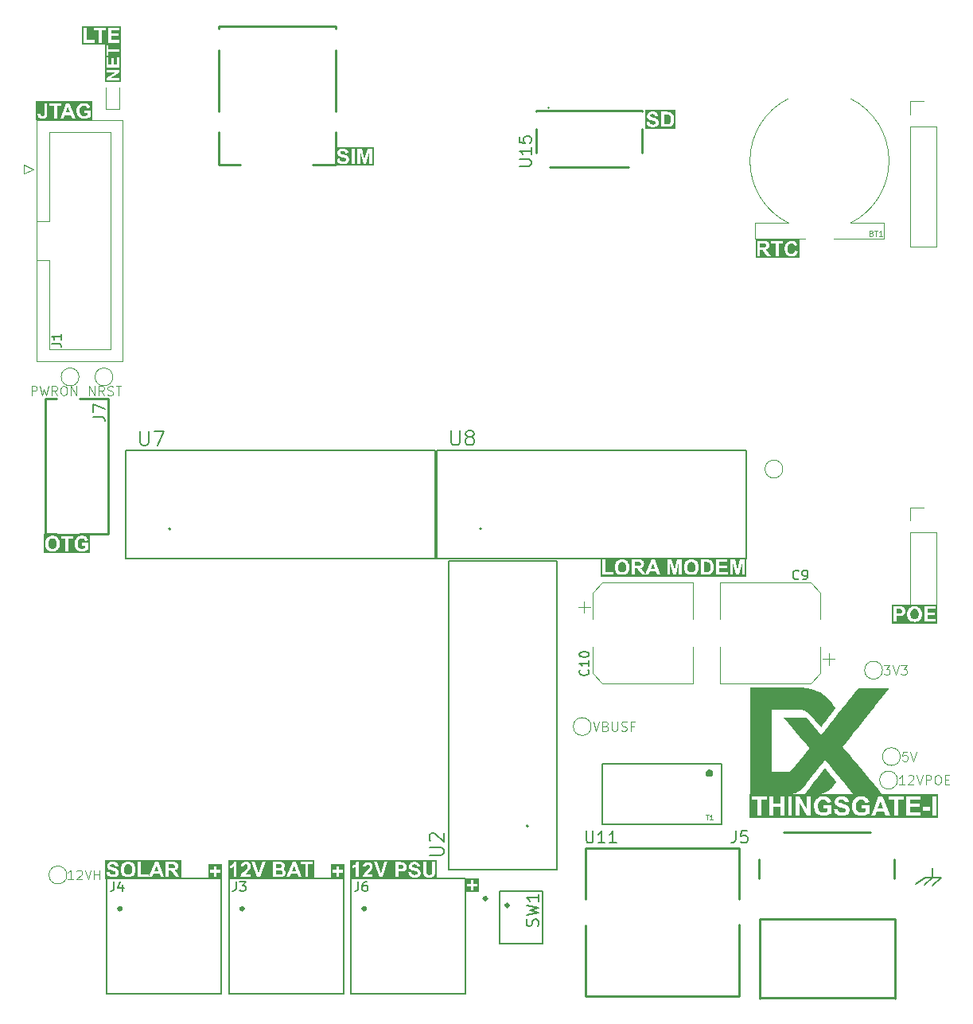
<source format=gbr>
%TF.GenerationSoftware,KiCad,Pcbnew,9.0.3*%
%TF.CreationDate,2025-10-22T18:56:13+03:00*%
%TF.ProjectId,ThingsGate-1,5468696e-6773-4476-9174-652d312e6b69,rev?*%
%TF.SameCoordinates,Original*%
%TF.FileFunction,Legend,Top*%
%TF.FilePolarity,Positive*%
%FSLAX46Y46*%
G04 Gerber Fmt 4.6, Leading zero omitted, Abs format (unit mm)*
G04 Created by KiCad (PCBNEW 9.0.3) date 2025-10-22 18:56:13*
%MOMM*%
%LPD*%
G01*
G04 APERTURE LIST*
%ADD10C,0.200000*%
%ADD11C,0.300000*%
%ADD12C,0.100000*%
%ADD13C,0.150000*%
%ADD14C,0.120000*%
%ADD15C,0.254000*%
%ADD16C,0.152400*%
%ADD17C,0.127000*%
%ADD18C,0.400000*%
%ADD19C,0.000000*%
G04 APERTURE END LIST*
D10*
X108011516Y-102750000D02*
X107011516Y-103450000D01*
X108811516Y-102800000D02*
X107900000Y-103500000D01*
X109700000Y-102750000D02*
X108011516Y-102750000D01*
X109700000Y-102750000D02*
X108800000Y-103600000D01*
X108811516Y-101750000D02*
X108811516Y-102750000D01*
D11*
G36*
X23272363Y-101349402D02*
G01*
X23356825Y-101375353D01*
X23430601Y-101417572D01*
X23495467Y-101477027D01*
X23544879Y-101547782D01*
X23582565Y-101637436D01*
X23607222Y-101750233D01*
X23616221Y-101891360D01*
X23607032Y-102033887D01*
X23581787Y-102148413D01*
X23543074Y-102240012D01*
X23492146Y-102312826D01*
X23425403Y-102374565D01*
X23351383Y-102417902D01*
X23268554Y-102444224D01*
X23174630Y-102453314D01*
X23080779Y-102444191D01*
X22997669Y-102417725D01*
X22923061Y-102374062D01*
X22855453Y-102311751D01*
X22803545Y-102238209D01*
X22764371Y-102147014D01*
X22739000Y-102034410D01*
X22729815Y-101895757D01*
X22738907Y-101754220D01*
X22763854Y-101640788D01*
X22802051Y-101550338D01*
X22852229Y-101478688D01*
X22917994Y-101418377D01*
X22992364Y-101375656D01*
X23077067Y-101349465D01*
X23174630Y-101340349D01*
X23272363Y-101349402D01*
G37*
G36*
X26420422Y-102065652D02*
G01*
X25983227Y-102065652D01*
X26199626Y-101465401D01*
X26420422Y-102065652D01*
G37*
G36*
X28000673Y-101364675D02*
G01*
X28071874Y-101388019D01*
X28122501Y-101428471D01*
X28145876Y-101464316D01*
X28160481Y-101507833D01*
X28165684Y-101561046D01*
X28157016Y-101629827D01*
X28132857Y-101683070D01*
X28094072Y-101724454D01*
X28042194Y-101751849D01*
X27962985Y-101765048D01*
X27751448Y-101771779D01*
X27512090Y-101771779D01*
X27512090Y-101359106D01*
X27764539Y-101359106D01*
X28000673Y-101364675D01*
G37*
G36*
X28806839Y-102906208D02*
G01*
X20709469Y-102906208D01*
X20709469Y-102184452D01*
X20887247Y-102184452D01*
X20912980Y-102315626D01*
X20954559Y-102424593D01*
X21010782Y-102514988D01*
X21081762Y-102589504D01*
X21166055Y-102647107D01*
X21269212Y-102690431D01*
X21395098Y-102718363D01*
X21548461Y-102728430D01*
X21687046Y-102721163D01*
X21802055Y-102700998D01*
X21897142Y-102669909D01*
X21984443Y-102623249D01*
X22055946Y-102563851D01*
X22113541Y-102490928D01*
X22156331Y-102407964D01*
X22181586Y-102322338D01*
X22190038Y-102232617D01*
X22182337Y-102132933D01*
X22160596Y-102048644D01*
X22126046Y-101977041D01*
X22078284Y-101913278D01*
X22071163Y-101906699D01*
X22396472Y-101906699D01*
X22405957Y-102062115D01*
X22432940Y-102197464D01*
X22475832Y-102315632D01*
X22533919Y-102419049D01*
X22607400Y-102509588D01*
X22695681Y-102586946D01*
X22794841Y-102647318D01*
X22906418Y-102691383D01*
X23032516Y-102718842D01*
X23175705Y-102728430D01*
X23316896Y-102718850D01*
X23415316Y-102697167D01*
X24212076Y-102697167D01*
X25340087Y-102697167D01*
X25408280Y-102697167D01*
X25751490Y-102697167D01*
X25883772Y-102334515D01*
X26524176Y-102334515D01*
X26664079Y-102697167D01*
X27016081Y-102697167D01*
X26646612Y-101771779D01*
X27188517Y-101771779D01*
X27188517Y-102697167D01*
X27512090Y-102697167D01*
X27512090Y-102028136D01*
X27577644Y-102028136D01*
X27681544Y-102033535D01*
X27740506Y-102046210D01*
X27789267Y-102070976D01*
X27837812Y-102112742D01*
X27891472Y-102179541D01*
X28008293Y-102347997D01*
X28242180Y-102697167D01*
X28629061Y-102697167D01*
X28433471Y-102384536D01*
X28320613Y-102213599D01*
X28249215Y-102124368D01*
X28173894Y-102055759D01*
X28075998Y-101989839D01*
X28180894Y-101967263D01*
X28266748Y-101934361D01*
X28336627Y-101892207D01*
X28392927Y-101841046D01*
X28438672Y-101779174D01*
X28471593Y-101709688D01*
X28491940Y-101631158D01*
X28499026Y-101541702D01*
X28490986Y-101448526D01*
X28467585Y-101364542D01*
X28429075Y-101287983D01*
X28376535Y-101220742D01*
X28314790Y-101169824D01*
X28242669Y-101133621D01*
X28162846Y-101112009D01*
X28042660Y-101096369D01*
X27869466Y-101090244D01*
X27188517Y-101090244D01*
X27188517Y-101771779D01*
X26646612Y-101771779D01*
X26374504Y-101090244D01*
X26032369Y-101090244D01*
X25653545Y-102065652D01*
X25408280Y-102697167D01*
X25340087Y-102697167D01*
X25340087Y-102428304D01*
X24535649Y-102428304D01*
X24535649Y-101109002D01*
X24212076Y-101109002D01*
X24212076Y-102697167D01*
X23415316Y-102697167D01*
X23441642Y-102691367D01*
X23552433Y-102647168D01*
X23651298Y-102586470D01*
X23739710Y-102508513D01*
X23813017Y-102417651D01*
X23871082Y-102313489D01*
X23914039Y-102194079D01*
X23941110Y-102056903D01*
X23950638Y-101898981D01*
X23941020Y-101739695D01*
X23913710Y-101601524D01*
X23870400Y-101481423D01*
X23811891Y-101376824D01*
X23738049Y-101285736D01*
X23648970Y-101207542D01*
X23549496Y-101146673D01*
X23438164Y-101102365D01*
X23312956Y-101074828D01*
X23171406Y-101065233D01*
X23042155Y-101072767D01*
X22927706Y-101094339D01*
X22826046Y-101128834D01*
X22754102Y-101165220D01*
X22685167Y-101213173D01*
X22618831Y-101273719D01*
X22534233Y-101377777D01*
X22469745Y-101494222D01*
X22430685Y-101607765D01*
X22405506Y-101743881D01*
X22397079Y-101895757D01*
X22396472Y-101906699D01*
X22071163Y-101906699D01*
X22019668Y-101859125D01*
X21949019Y-101813984D01*
X21819298Y-101759834D01*
X21599850Y-101697627D01*
X21440063Y-101653478D01*
X21348597Y-101617764D01*
X21302557Y-101589476D01*
X21266201Y-101544179D01*
X21254490Y-101491877D01*
X21260265Y-101452856D01*
X21277070Y-101420189D01*
X21305879Y-101392226D01*
X21361974Y-101361459D01*
X21434158Y-101341437D01*
X21526675Y-101334096D01*
X21616449Y-101341148D01*
X21682938Y-101359941D01*
X21731545Y-101388123D01*
X21769744Y-101428872D01*
X21799794Y-101486391D01*
X21820645Y-101565443D01*
X22144218Y-101552938D01*
X22130717Y-101444708D01*
X22099401Y-101351171D01*
X22050858Y-101269621D01*
X21984093Y-101198199D01*
X21905137Y-101143571D01*
X21806187Y-101102081D01*
X21682885Y-101075058D01*
X21529899Y-101065233D01*
X21407667Y-101072067D01*
X21303456Y-101091288D01*
X21214630Y-101121409D01*
X21132822Y-101165576D01*
X21066791Y-101219973D01*
X21014546Y-101285052D01*
X20975735Y-101359073D01*
X20952842Y-101435523D01*
X20945181Y-101515715D01*
X20954475Y-101608256D01*
X20981712Y-101692018D01*
X21027163Y-101769034D01*
X21092704Y-101840656D01*
X21168495Y-101894240D01*
X21285719Y-101948163D01*
X21457798Y-102000977D01*
X21716793Y-102072100D01*
X21791576Y-102106212D01*
X21833248Y-102140488D01*
X21858057Y-102183434D01*
X21866563Y-102235743D01*
X21858127Y-102290328D01*
X21832603Y-102340514D01*
X21787330Y-102388150D01*
X21730760Y-102422307D01*
X21654236Y-102444888D01*
X21551783Y-102453314D01*
X21455923Y-102444420D01*
X21379096Y-102419719D01*
X21317310Y-102380725D01*
X21268281Y-102326624D01*
X21229474Y-102252520D01*
X21202027Y-102153189D01*
X20887247Y-102184452D01*
X20709469Y-102184452D01*
X20709469Y-100887455D01*
X28806839Y-100887455D01*
X28806839Y-102906208D01*
G37*
G36*
X16970410Y-21355117D02*
G01*
X16533215Y-21355117D01*
X16749615Y-20754866D01*
X16970410Y-21355117D01*
G37*
G36*
X19357902Y-22195673D02*
G01*
X13374014Y-22195673D01*
X13374014Y-21492675D01*
X13551792Y-21492675D01*
X13561528Y-21622459D01*
X13587469Y-21728284D01*
X13627460Y-21814473D01*
X13680752Y-21884440D01*
X13748562Y-21940899D01*
X13829998Y-21982310D01*
X13927831Y-22008536D01*
X14045749Y-22017895D01*
X14178242Y-22007372D01*
X14285157Y-21978242D01*
X14371471Y-21932800D01*
X14445669Y-21869446D01*
X14502033Y-21794702D01*
X14541952Y-21706925D01*
X14559810Y-21633907D01*
X14572220Y-21533593D01*
X14576928Y-21399276D01*
X14576928Y-20648571D01*
X14805832Y-20648571D01*
X15281324Y-20648571D01*
X15281324Y-21986632D01*
X15604799Y-21986632D01*
X15958268Y-21986632D01*
X16301478Y-21986632D01*
X16433760Y-21623980D01*
X17074164Y-21623980D01*
X17214067Y-21986632D01*
X17566070Y-21986632D01*
X17244345Y-21180825D01*
X17681645Y-21180825D01*
X17692327Y-21332955D01*
X17723742Y-21475173D01*
X17775630Y-21609227D01*
X17828936Y-21702768D01*
X17893119Y-21783720D01*
X17968643Y-21853268D01*
X18056509Y-21912089D01*
X18151422Y-21957371D01*
X18255215Y-21990391D01*
X18369172Y-22010830D01*
X18494779Y-22017895D01*
X18625348Y-22009721D01*
X18755303Y-21985084D01*
X18885567Y-21943449D01*
X19011457Y-21887372D01*
X19107964Y-21829733D01*
X19180124Y-21771014D01*
X19180124Y-21130023D01*
X18482859Y-21130023D01*
X18482859Y-21398886D01*
X18853327Y-21398886D01*
X18853327Y-21604538D01*
X18774729Y-21656757D01*
X18677961Y-21702431D01*
X18574932Y-21732881D01*
X18474067Y-21742779D01*
X18373947Y-21733339D01*
X18286769Y-21706173D01*
X18209969Y-21661775D01*
X18141799Y-21598969D01*
X18089798Y-21524454D01*
X18050261Y-21430697D01*
X18024473Y-21313458D01*
X18015086Y-21167539D01*
X18024237Y-21032931D01*
X18049493Y-20923991D01*
X18088489Y-20836064D01*
X18140236Y-20765417D01*
X18207052Y-20706916D01*
X18284048Y-20664956D01*
X18373224Y-20638942D01*
X18477388Y-20629814D01*
X18568428Y-20638008D01*
X18645282Y-20661242D01*
X18710689Y-20698592D01*
X18766080Y-20749634D01*
X18808345Y-20811547D01*
X18838086Y-20886171D01*
X19159412Y-20823645D01*
X19127030Y-20717533D01*
X19080384Y-20626024D01*
X19019523Y-20547052D01*
X18943501Y-20479262D01*
X18857723Y-20427729D01*
X18753885Y-20388808D01*
X18628493Y-20363716D01*
X18477388Y-20354698D01*
X18325923Y-20364513D01*
X18199412Y-20391943D01*
X18093732Y-20434810D01*
X17997775Y-20493282D01*
X17915330Y-20562300D01*
X17845164Y-20642330D01*
X17786572Y-20734350D01*
X17741438Y-20833410D01*
X17708701Y-20940090D01*
X17688563Y-21055479D01*
X17681645Y-21180825D01*
X17244345Y-21180825D01*
X16924492Y-20379709D01*
X16582357Y-20379709D01*
X16203533Y-21355117D01*
X15958268Y-21986632D01*
X15604799Y-21986632D01*
X15604799Y-20648571D01*
X16079217Y-20648571D01*
X16079217Y-20379709D01*
X14805832Y-20379709D01*
X14805832Y-20648571D01*
X14576928Y-20648571D01*
X14576928Y-20379709D01*
X14254527Y-20379709D01*
X14254527Y-21422333D01*
X14247712Y-21554868D01*
X14231229Y-21635460D01*
X14209684Y-21680644D01*
X14175141Y-21713659D01*
X14125904Y-21734856D01*
X14056691Y-21742779D01*
X13990159Y-21732773D01*
X13938188Y-21704346D01*
X13897151Y-21656317D01*
X13879275Y-21616254D01*
X13865023Y-21553913D01*
X13856705Y-21461412D01*
X13551792Y-21492675D01*
X13374014Y-21492675D01*
X13374014Y-20176920D01*
X19357902Y-20176920D01*
X19357902Y-22195673D01*
G37*
G36*
X103512700Y-95370607D02*
G01*
X102966207Y-95370607D01*
X103236706Y-94620293D01*
X103512700Y-95370607D01*
G37*
G36*
X109375466Y-96421300D02*
G01*
X89337861Y-96421300D01*
X89337861Y-94487424D01*
X89560083Y-94487424D01*
X90154448Y-94487424D01*
X90154448Y-96160000D01*
X90558792Y-96160000D01*
X91414619Y-96160000D01*
X91819085Y-96160000D01*
X91819085Y-95276817D01*
X92611409Y-95276817D01*
X92611409Y-96160000D01*
X93015875Y-96160000D01*
X93421318Y-96160000D01*
X93825785Y-96160000D01*
X94215474Y-96160000D01*
X94591120Y-96160000D01*
X94591120Y-94835348D01*
X95398586Y-96160000D01*
X95804396Y-96160000D01*
X95804396Y-95152742D01*
X96161967Y-95152742D01*
X96175319Y-95342904D01*
X96214589Y-95520676D01*
X96279448Y-95688244D01*
X96346081Y-95805170D01*
X96426309Y-95906360D01*
X96520714Y-95993295D01*
X96630547Y-96066821D01*
X96749189Y-96123424D01*
X96878930Y-96164699D01*
X97021376Y-96190247D01*
X97178384Y-96199078D01*
X97341596Y-96188861D01*
X97504039Y-96158066D01*
X97666870Y-96106022D01*
X97824232Y-96035925D01*
X97944866Y-95963876D01*
X98035066Y-95890478D01*
X98035066Y-95519106D01*
X98305931Y-95519106D01*
X98338098Y-95683074D01*
X98390071Y-95819283D01*
X98460350Y-95932276D01*
X98549075Y-96025422D01*
X98654442Y-96097425D01*
X98783388Y-96151580D01*
X98940746Y-96186495D01*
X99132449Y-96199078D01*
X99305681Y-96189995D01*
X99449442Y-96164789D01*
X99568300Y-96125928D01*
X99677426Y-96067602D01*
X99766805Y-95993355D01*
X99838799Y-95902201D01*
X99892287Y-95798497D01*
X99923855Y-95691464D01*
X99934420Y-95579312D01*
X99924794Y-95454707D01*
X99897618Y-95349346D01*
X99854431Y-95259842D01*
X99794728Y-95180139D01*
X99765073Y-95152742D01*
X100204675Y-95152742D01*
X100218027Y-95342904D01*
X100257296Y-95520676D01*
X100322156Y-95688244D01*
X100388789Y-95805170D01*
X100469017Y-95906360D01*
X100563422Y-95993295D01*
X100673255Y-96066821D01*
X100791896Y-96123424D01*
X100921638Y-96164699D01*
X101064084Y-96190247D01*
X101221092Y-96199078D01*
X101384304Y-96188861D01*
X101536545Y-96160000D01*
X102247522Y-96160000D01*
X102676535Y-96160000D01*
X102841887Y-95706685D01*
X103642393Y-95706685D01*
X103817271Y-96160000D01*
X104257274Y-96160000D01*
X103589485Y-94487424D01*
X104120865Y-94487424D01*
X104715230Y-94487424D01*
X104715230Y-96160000D01*
X105119574Y-96160000D01*
X105974057Y-96160000D01*
X107497400Y-96160000D01*
X108769417Y-96160000D01*
X109153244Y-96160000D01*
X109153244Y-94151346D01*
X108769417Y-94151346D01*
X108769417Y-96160000D01*
X107497400Y-96160000D01*
X107497400Y-95823921D01*
X106378401Y-95823921D01*
X106378401Y-95628527D01*
X107793667Y-95628527D01*
X108547766Y-95628527D01*
X108547766Y-95245554D01*
X107793667Y-95245554D01*
X107793667Y-95628527D01*
X106378401Y-95628527D01*
X106378401Y-95269002D01*
X107383949Y-95269002D01*
X107383949Y-94932923D01*
X106378401Y-94932923D01*
X106378401Y-94487424D01*
X107459176Y-94487424D01*
X107459176Y-94151346D01*
X105974057Y-94151346D01*
X105974057Y-96160000D01*
X105119574Y-96160000D01*
X105119574Y-94487424D01*
X105712595Y-94487424D01*
X105712595Y-94151346D01*
X104120865Y-94151346D01*
X104120865Y-94487424D01*
X103589485Y-94487424D01*
X103455303Y-94151346D01*
X103027634Y-94151346D01*
X102554103Y-95370607D01*
X102247522Y-96160000D01*
X101536545Y-96160000D01*
X101546747Y-96158066D01*
X101709577Y-96106022D01*
X101866939Y-96035925D01*
X101987573Y-95963876D01*
X102077773Y-95890478D01*
X102077773Y-95089239D01*
X101206193Y-95089239D01*
X101206193Y-95425317D01*
X101669277Y-95425317D01*
X101669277Y-95682383D01*
X101571030Y-95747657D01*
X101450069Y-95804748D01*
X101321283Y-95842812D01*
X101195202Y-95855184D01*
X101070052Y-95843384D01*
X100961080Y-95809427D01*
X100865079Y-95753929D01*
X100779867Y-95675422D01*
X100714866Y-95582278D01*
X100665444Y-95465082D01*
X100633210Y-95318532D01*
X100621475Y-95136133D01*
X100632915Y-94967874D01*
X100664485Y-94831699D01*
X100713230Y-94721790D01*
X100777913Y-94633482D01*
X100861434Y-94560355D01*
X100957678Y-94507905D01*
X101069148Y-94475388D01*
X101199354Y-94463977D01*
X101313153Y-94474220D01*
X101409221Y-94503263D01*
X101490980Y-94549951D01*
X101560218Y-94613752D01*
X101613050Y-94691144D01*
X101650226Y-94784424D01*
X102051884Y-94706266D01*
X102011406Y-94573626D01*
X101953098Y-94459240D01*
X101877022Y-94360526D01*
X101781995Y-94275788D01*
X101674773Y-94211371D01*
X101544975Y-94162720D01*
X101388234Y-94131356D01*
X101199354Y-94120083D01*
X101010022Y-94132351D01*
X100851884Y-94166639D01*
X100719783Y-94220223D01*
X100599837Y-94293313D01*
X100496780Y-94379586D01*
X100409073Y-94479622D01*
X100335833Y-94594647D01*
X100279416Y-94718472D01*
X100238495Y-94851823D01*
X100213323Y-94996059D01*
X100204675Y-95152742D01*
X99765073Y-95152742D01*
X99721458Y-95112448D01*
X99633147Y-95056022D01*
X99470995Y-94988334D01*
X99196685Y-94910575D01*
X98996952Y-94855389D01*
X98882619Y-94810746D01*
X98825069Y-94775387D01*
X98779624Y-94718765D01*
X98764986Y-94653387D01*
X98772203Y-94604612D01*
X98793210Y-94563777D01*
X98829221Y-94528824D01*
X98899340Y-94490365D01*
X98989571Y-94465337D01*
X99105216Y-94456161D01*
X99217434Y-94464976D01*
X99300545Y-94488468D01*
X99361304Y-94523695D01*
X99409053Y-94574631D01*
X99446615Y-94646531D01*
X99472679Y-94745345D01*
X99877145Y-94729713D01*
X99860268Y-94594426D01*
X99821123Y-94477505D01*
X99760445Y-94375567D01*
X99676988Y-94286290D01*
X99578294Y-94218005D01*
X99454607Y-94166142D01*
X99300479Y-94132363D01*
X99109246Y-94120083D01*
X98956457Y-94128625D01*
X98826193Y-94152651D01*
X98715160Y-94190303D01*
X98612900Y-94245511D01*
X98530362Y-94313507D01*
X98465055Y-94394856D01*
X98416541Y-94487383D01*
X98387926Y-94582945D01*
X98378349Y-94683185D01*
X98389966Y-94798861D01*
X98424012Y-94903564D01*
X98480826Y-94999833D01*
X98562752Y-95089361D01*
X98657492Y-95156341D01*
X98804022Y-95223745D01*
X99019120Y-95289762D01*
X99342864Y-95378667D01*
X99436343Y-95421306D01*
X99488433Y-95464152D01*
X99519443Y-95517834D01*
X99530076Y-95583220D01*
X99519531Y-95651451D01*
X99487626Y-95714184D01*
X99431036Y-95773729D01*
X99360323Y-95816425D01*
X99264667Y-95844652D01*
X99136601Y-95855184D01*
X99016777Y-95844066D01*
X98920742Y-95813190D01*
X98843510Y-95764448D01*
X98782224Y-95696821D01*
X98733715Y-95604191D01*
X98699406Y-95480027D01*
X98305931Y-95519106D01*
X98035066Y-95519106D01*
X98035066Y-95089239D01*
X97163485Y-95089239D01*
X97163485Y-95425317D01*
X97626570Y-95425317D01*
X97626570Y-95682383D01*
X97528322Y-95747657D01*
X97407362Y-95804748D01*
X97278575Y-95842812D01*
X97152494Y-95855184D01*
X97027344Y-95843384D01*
X96918373Y-95809427D01*
X96822372Y-95753929D01*
X96737159Y-95675422D01*
X96672159Y-95582278D01*
X96622737Y-95465082D01*
X96590502Y-95318532D01*
X96578768Y-95136133D01*
X96590207Y-94967874D01*
X96621777Y-94831699D01*
X96670522Y-94721790D01*
X96735205Y-94633482D01*
X96818726Y-94560355D01*
X96914970Y-94507905D01*
X97026440Y-94475388D01*
X97156646Y-94463977D01*
X97270446Y-94474220D01*
X97366513Y-94503263D01*
X97448272Y-94549951D01*
X97517511Y-94613752D01*
X97570342Y-94691144D01*
X97607519Y-94784424D01*
X98009176Y-94706266D01*
X97968698Y-94573626D01*
X97910391Y-94459240D01*
X97834314Y-94360526D01*
X97739288Y-94275788D01*
X97632065Y-94211371D01*
X97502267Y-94162720D01*
X97345527Y-94131356D01*
X97156646Y-94120083D01*
X96967314Y-94132351D01*
X96809176Y-94166639D01*
X96677076Y-94220223D01*
X96557129Y-94293313D01*
X96454073Y-94379586D01*
X96366366Y-94479622D01*
X96293126Y-94594647D01*
X96236709Y-94718472D01*
X96195788Y-94851823D01*
X96170615Y-94996059D01*
X96161967Y-95152742D01*
X95804396Y-95152742D01*
X95804396Y-94151346D01*
X95428628Y-94151346D01*
X95428628Y-95496025D01*
X94608949Y-94151346D01*
X94215474Y-94151346D01*
X94215474Y-96160000D01*
X93825785Y-96160000D01*
X93825785Y-94151346D01*
X93421318Y-94151346D01*
X93421318Y-96160000D01*
X93015875Y-96160000D01*
X93015875Y-94151346D01*
X92611409Y-94151346D01*
X92611409Y-94940739D01*
X91819085Y-94940739D01*
X91819085Y-94151346D01*
X91414619Y-94151346D01*
X91414619Y-96160000D01*
X90558792Y-96160000D01*
X90558792Y-94487424D01*
X91151814Y-94487424D01*
X91151814Y-94151346D01*
X89560083Y-94151346D01*
X89560083Y-94487424D01*
X89337861Y-94487424D01*
X89337861Y-93897861D01*
X109375466Y-93897861D01*
X109375466Y-96421300D01*
G37*
D12*
X12903884Y-51472419D02*
X12903884Y-50472419D01*
X12903884Y-50472419D02*
X13284836Y-50472419D01*
X13284836Y-50472419D02*
X13380074Y-50520038D01*
X13380074Y-50520038D02*
X13427693Y-50567657D01*
X13427693Y-50567657D02*
X13475312Y-50662895D01*
X13475312Y-50662895D02*
X13475312Y-50805752D01*
X13475312Y-50805752D02*
X13427693Y-50900990D01*
X13427693Y-50900990D02*
X13380074Y-50948609D01*
X13380074Y-50948609D02*
X13284836Y-50996228D01*
X13284836Y-50996228D02*
X12903884Y-50996228D01*
X13808646Y-50472419D02*
X14046741Y-51472419D01*
X14046741Y-51472419D02*
X14237217Y-50758133D01*
X14237217Y-50758133D02*
X14427693Y-51472419D01*
X14427693Y-51472419D02*
X14665789Y-50472419D01*
X15618169Y-51472419D02*
X15284836Y-50996228D01*
X15046741Y-51472419D02*
X15046741Y-50472419D01*
X15046741Y-50472419D02*
X15427693Y-50472419D01*
X15427693Y-50472419D02*
X15522931Y-50520038D01*
X15522931Y-50520038D02*
X15570550Y-50567657D01*
X15570550Y-50567657D02*
X15618169Y-50662895D01*
X15618169Y-50662895D02*
X15618169Y-50805752D01*
X15618169Y-50805752D02*
X15570550Y-50900990D01*
X15570550Y-50900990D02*
X15522931Y-50948609D01*
X15522931Y-50948609D02*
X15427693Y-50996228D01*
X15427693Y-50996228D02*
X15046741Y-50996228D01*
X16237217Y-50472419D02*
X16427693Y-50472419D01*
X16427693Y-50472419D02*
X16522931Y-50520038D01*
X16522931Y-50520038D02*
X16618169Y-50615276D01*
X16618169Y-50615276D02*
X16665788Y-50805752D01*
X16665788Y-50805752D02*
X16665788Y-51139085D01*
X16665788Y-51139085D02*
X16618169Y-51329561D01*
X16618169Y-51329561D02*
X16522931Y-51424800D01*
X16522931Y-51424800D02*
X16427693Y-51472419D01*
X16427693Y-51472419D02*
X16237217Y-51472419D01*
X16237217Y-51472419D02*
X16141979Y-51424800D01*
X16141979Y-51424800D02*
X16046741Y-51329561D01*
X16046741Y-51329561D02*
X15999122Y-51139085D01*
X15999122Y-51139085D02*
X15999122Y-50805752D01*
X15999122Y-50805752D02*
X16046741Y-50615276D01*
X16046741Y-50615276D02*
X16141979Y-50520038D01*
X16141979Y-50520038D02*
X16237217Y-50472419D01*
X17094360Y-51472419D02*
X17094360Y-50472419D01*
X17094360Y-50472419D02*
X17665788Y-51472419D01*
X17665788Y-51472419D02*
X17665788Y-50472419D01*
D11*
G36*
X106966009Y-74179163D02*
G01*
X107050471Y-74205114D01*
X107124247Y-74247333D01*
X107189113Y-74306788D01*
X107238525Y-74377543D01*
X107276211Y-74467197D01*
X107300868Y-74579994D01*
X107309867Y-74721121D01*
X107300678Y-74863648D01*
X107275433Y-74978174D01*
X107236720Y-75069773D01*
X107185792Y-75142587D01*
X107119049Y-75204326D01*
X107045029Y-75247663D01*
X106962200Y-75273985D01*
X106868276Y-75283075D01*
X106774425Y-75273952D01*
X106691315Y-75247486D01*
X106616707Y-75203823D01*
X106549099Y-75141512D01*
X106497191Y-75067970D01*
X106458017Y-74976775D01*
X106432646Y-74864171D01*
X106423461Y-74725518D01*
X106432553Y-74583981D01*
X106457500Y-74470549D01*
X106495697Y-74380099D01*
X106545875Y-74308449D01*
X106611640Y-74248138D01*
X106686010Y-74205417D01*
X106770713Y-74179226D01*
X106868276Y-74170110D01*
X106966009Y-74179163D01*
G37*
G36*
X105303052Y-74192430D02*
G01*
X105375464Y-74200005D01*
X105425308Y-74214649D01*
X105468272Y-74238606D01*
X105505498Y-74272301D01*
X105533612Y-74313460D01*
X105550843Y-74361760D01*
X105556887Y-74419140D01*
X105547507Y-74487750D01*
X105520251Y-74545951D01*
X105477006Y-74592883D01*
X105419134Y-74625964D01*
X105338865Y-74643411D01*
X105163363Y-74651561D01*
X104986336Y-74651561D01*
X104986336Y-74188867D01*
X105142651Y-74188867D01*
X105303052Y-74192430D01*
G37*
G36*
X109293479Y-75735969D02*
G01*
X104485083Y-75735969D01*
X104485083Y-74651561D01*
X104662861Y-74651561D01*
X104662861Y-75526928D01*
X104986336Y-75526928D01*
X104986336Y-74920424D01*
X105197264Y-74920424D01*
X105404005Y-74913721D01*
X105532854Y-74897367D01*
X105615978Y-74869728D01*
X105700697Y-74821261D01*
X105751597Y-74778988D01*
X105788391Y-74736460D01*
X106090118Y-74736460D01*
X106099603Y-74891876D01*
X106126586Y-75027225D01*
X106169478Y-75145393D01*
X106227565Y-75248810D01*
X106301046Y-75339349D01*
X106389327Y-75416707D01*
X106488487Y-75477079D01*
X106600064Y-75521144D01*
X106726162Y-75548603D01*
X106869351Y-75558191D01*
X107010542Y-75548611D01*
X107108962Y-75526928D01*
X107897027Y-75526928D01*
X109115701Y-75526928D01*
X109115701Y-75258065D01*
X108220502Y-75258065D01*
X108220502Y-74814129D01*
X109024940Y-74814129D01*
X109024940Y-74545267D01*
X108220502Y-74545267D01*
X108220502Y-74188867D01*
X109085122Y-74188867D01*
X109085122Y-73920005D01*
X107897027Y-73920005D01*
X107897027Y-75526928D01*
X107108962Y-75526928D01*
X107135288Y-75521128D01*
X107246079Y-75476929D01*
X107344944Y-75416231D01*
X107433356Y-75338274D01*
X107506663Y-75247412D01*
X107564728Y-75143250D01*
X107607685Y-75023840D01*
X107634756Y-74886664D01*
X107644284Y-74728742D01*
X107634666Y-74569456D01*
X107607356Y-74431285D01*
X107564046Y-74311184D01*
X107505537Y-74206585D01*
X107431695Y-74115497D01*
X107342616Y-74037303D01*
X107243142Y-73976434D01*
X107131810Y-73932126D01*
X107006602Y-73904589D01*
X106865052Y-73894994D01*
X106735801Y-73902528D01*
X106621352Y-73924100D01*
X106519692Y-73958595D01*
X106447748Y-73994981D01*
X106378813Y-74042934D01*
X106312477Y-74103480D01*
X106227879Y-74207538D01*
X106163391Y-74323983D01*
X106124331Y-74437526D01*
X106099152Y-74573642D01*
X106090725Y-74725518D01*
X106090118Y-74736460D01*
X105788391Y-74736460D01*
X105796907Y-74726617D01*
X105836789Y-74662894D01*
X105865528Y-74593684D01*
X105883814Y-74511615D01*
X105890327Y-74414157D01*
X105879098Y-74289414D01*
X105847582Y-74186624D01*
X105797418Y-74101429D01*
X105729367Y-74029143D01*
X105652980Y-73977350D01*
X105566755Y-73944136D01*
X105451863Y-73927858D01*
X105182023Y-73920005D01*
X104662861Y-73920005D01*
X104662861Y-74651561D01*
X104485083Y-74651561D01*
X104485083Y-73717216D01*
X109293479Y-73717216D01*
X109293479Y-75735969D01*
G37*
G36*
X75840957Y-69180235D02*
G01*
X75925419Y-69206186D01*
X75999194Y-69248405D01*
X76064061Y-69307860D01*
X76113472Y-69378615D01*
X76151159Y-69468269D01*
X76175816Y-69581066D01*
X76184815Y-69722193D01*
X76175625Y-69864720D01*
X76150380Y-69979246D01*
X76111668Y-70070845D01*
X76060739Y-70143659D01*
X75993997Y-70205398D01*
X75919977Y-70248735D01*
X75837148Y-70275057D01*
X75743224Y-70284147D01*
X75649373Y-70275024D01*
X75566263Y-70248558D01*
X75491654Y-70204895D01*
X75424047Y-70142584D01*
X75372138Y-70069042D01*
X75332965Y-69977847D01*
X75307594Y-69865243D01*
X75298408Y-69726590D01*
X75307501Y-69585053D01*
X75332447Y-69471621D01*
X75370645Y-69381171D01*
X75420823Y-69309521D01*
X75486587Y-69249210D01*
X75560957Y-69206489D01*
X75645660Y-69180298D01*
X75743224Y-69171182D01*
X75840957Y-69180235D01*
G37*
G36*
X83219045Y-69180235D02*
G01*
X83303507Y-69206186D01*
X83377282Y-69248405D01*
X83442149Y-69307860D01*
X83491560Y-69378615D01*
X83529247Y-69468269D01*
X83553903Y-69581066D01*
X83562903Y-69722193D01*
X83553713Y-69864720D01*
X83528468Y-69979246D01*
X83489756Y-70070845D01*
X83438827Y-70143659D01*
X83372085Y-70205398D01*
X83298065Y-70248735D01*
X83215236Y-70275057D01*
X83121311Y-70284147D01*
X83027461Y-70275024D01*
X82944350Y-70248558D01*
X82869742Y-70204895D01*
X82802135Y-70142584D01*
X82750226Y-70069042D01*
X82711053Y-69977847D01*
X82685682Y-69865243D01*
X82676496Y-69726590D01*
X82685589Y-69585053D01*
X82710535Y-69471621D01*
X82748733Y-69381171D01*
X82798911Y-69309521D01*
X82864675Y-69249210D01*
X82939045Y-69206489D01*
X83023748Y-69180298D01*
X83121311Y-69171182D01*
X83219045Y-69180235D01*
G37*
G36*
X77585205Y-69195508D02*
G01*
X77656406Y-69218852D01*
X77707034Y-69259304D01*
X77730408Y-69295149D01*
X77745013Y-69338666D01*
X77750216Y-69391879D01*
X77741548Y-69460660D01*
X77717390Y-69513903D01*
X77678604Y-69555287D01*
X77626727Y-69582682D01*
X77547517Y-69595881D01*
X77335980Y-69602612D01*
X77096622Y-69602612D01*
X77096622Y-69189939D01*
X77349071Y-69189939D01*
X77585205Y-69195508D01*
G37*
G36*
X79237557Y-69896485D02*
G01*
X78800362Y-69896485D01*
X79016762Y-69296234D01*
X79237557Y-69896485D01*
G37*
G36*
X84799557Y-69194844D02*
G01*
X84883475Y-69205376D01*
X84967439Y-69234914D01*
X85033147Y-69281384D01*
X85084138Y-69345937D01*
X85124982Y-69437699D01*
X85148317Y-69548959D01*
X85157808Y-69725124D01*
X85148479Y-69902329D01*
X85124982Y-70020756D01*
X85098737Y-70091328D01*
X85070310Y-70141831D01*
X85040279Y-70176583D01*
X84982868Y-70216394D01*
X84909658Y-70243701D01*
X84840162Y-70254481D01*
X84714068Y-70259137D01*
X84472463Y-70259137D01*
X84472463Y-69189939D01*
X84617836Y-69189939D01*
X84799557Y-69194844D01*
G37*
G36*
X88980276Y-70737041D02*
G01*
X73493778Y-70737041D01*
X73493778Y-70528000D01*
X73671556Y-70528000D01*
X74799567Y-70528000D01*
X74799567Y-70259137D01*
X73995129Y-70259137D01*
X73995129Y-69737532D01*
X74965066Y-69737532D01*
X74974551Y-69892948D01*
X75001533Y-70028297D01*
X75044425Y-70146465D01*
X75102513Y-70249882D01*
X75175994Y-70340421D01*
X75264275Y-70417779D01*
X75363435Y-70478151D01*
X75475012Y-70522216D01*
X75601110Y-70549675D01*
X75744298Y-70559263D01*
X75885489Y-70549683D01*
X76010236Y-70522200D01*
X76121026Y-70478001D01*
X76219892Y-70417303D01*
X76308304Y-70339346D01*
X76381611Y-70248484D01*
X76439675Y-70144322D01*
X76482632Y-70024912D01*
X76509703Y-69887736D01*
X76519232Y-69729814D01*
X76511550Y-69602612D01*
X76773049Y-69602612D01*
X76773049Y-70528000D01*
X77096622Y-70528000D01*
X77096622Y-69858969D01*
X77162177Y-69858969D01*
X77266077Y-69864368D01*
X77325038Y-69877043D01*
X77373799Y-69901809D01*
X77422344Y-69943575D01*
X77476004Y-70010374D01*
X77592826Y-70178830D01*
X77826713Y-70528000D01*
X78213593Y-70528000D01*
X78225415Y-70528000D01*
X78568625Y-70528000D01*
X78700907Y-70165348D01*
X79341311Y-70165348D01*
X79481214Y-70528000D01*
X79833217Y-70528000D01*
X80539469Y-70528000D01*
X80840083Y-70528000D01*
X80840083Y-69263115D01*
X81157013Y-70528000D01*
X81468569Y-70528000D01*
X81786573Y-69263115D01*
X81786573Y-70528000D01*
X82087187Y-70528000D01*
X82087187Y-69737532D01*
X82343154Y-69737532D01*
X82352639Y-69892948D01*
X82379621Y-70028297D01*
X82422513Y-70146465D01*
X82480601Y-70249882D01*
X82554082Y-70340421D01*
X82642363Y-70417779D01*
X82741523Y-70478151D01*
X82853099Y-70522216D01*
X82979198Y-70549675D01*
X83122386Y-70559263D01*
X83263577Y-70549683D01*
X83388324Y-70522200D01*
X83499114Y-70478001D01*
X83597980Y-70417303D01*
X83686392Y-70339346D01*
X83751104Y-70259137D01*
X84148988Y-70259137D01*
X84148988Y-70528000D01*
X84757739Y-70528000D01*
X85766364Y-70528000D01*
X86985038Y-70528000D01*
X87254780Y-70528000D01*
X87555394Y-70528000D01*
X87555394Y-69263115D01*
X87872323Y-70528000D01*
X88183879Y-70528000D01*
X88501884Y-69263115D01*
X88501884Y-70528000D01*
X88802498Y-70528000D01*
X88802498Y-68921077D01*
X88317138Y-68921077D01*
X88029713Y-70017239D01*
X87738967Y-68921077D01*
X87254780Y-68921077D01*
X87254780Y-70528000D01*
X86985038Y-70528000D01*
X86985038Y-70259137D01*
X86089839Y-70259137D01*
X86089839Y-69815201D01*
X86894277Y-69815201D01*
X86894277Y-69546339D01*
X86089839Y-69546339D01*
X86089839Y-69189939D01*
X86954459Y-69189939D01*
X86954459Y-68921077D01*
X85766364Y-68921077D01*
X85766364Y-70528000D01*
X84757739Y-70528000D01*
X84927756Y-70518415D01*
X85044089Y-70494001D01*
X85136600Y-70457592D01*
X85211519Y-70414676D01*
X85271430Y-70365725D01*
X85338326Y-70288364D01*
X85395641Y-70194586D01*
X85443084Y-70081914D01*
X85469385Y-69984954D01*
X85486235Y-69871757D01*
X85492226Y-69739877D01*
X85485693Y-69589479D01*
X85467576Y-69464094D01*
X85439762Y-69360128D01*
X85398569Y-69260961D01*
X85347557Y-69174651D01*
X85286769Y-69099765D01*
X85215113Y-69035937D01*
X85134989Y-68986836D01*
X85045163Y-68951754D01*
X84928310Y-68929999D01*
X84740251Y-68921077D01*
X84148988Y-68921077D01*
X84148988Y-70259137D01*
X83751104Y-70259137D01*
X83759699Y-70248484D01*
X83817763Y-70144322D01*
X83860720Y-70024912D01*
X83887791Y-69887736D01*
X83897320Y-69729814D01*
X83887701Y-69570528D01*
X83860391Y-69432357D01*
X83817082Y-69312256D01*
X83758572Y-69207657D01*
X83684731Y-69116569D01*
X83595652Y-69038375D01*
X83496178Y-68977506D01*
X83384845Y-68933198D01*
X83259638Y-68905661D01*
X83118087Y-68896066D01*
X82988837Y-68903600D01*
X82874388Y-68925172D01*
X82772728Y-68959667D01*
X82700784Y-68996053D01*
X82631849Y-69044006D01*
X82565512Y-69104552D01*
X82480915Y-69208610D01*
X82416427Y-69325055D01*
X82377366Y-69438598D01*
X82352188Y-69574714D01*
X82343761Y-69726590D01*
X82343154Y-69737532D01*
X82087187Y-69737532D01*
X82087187Y-68921077D01*
X81601828Y-68921077D01*
X81314403Y-70017239D01*
X81023656Y-68921077D01*
X80539469Y-68921077D01*
X80539469Y-70528000D01*
X79833217Y-70528000D01*
X79191639Y-68921077D01*
X78849504Y-68921077D01*
X78470680Y-69896485D01*
X78225415Y-70528000D01*
X78213593Y-70528000D01*
X78018004Y-70215369D01*
X77905146Y-70044432D01*
X77833747Y-69955201D01*
X77758426Y-69886592D01*
X77660530Y-69820672D01*
X77765426Y-69798096D01*
X77851280Y-69765194D01*
X77921159Y-69723040D01*
X77977459Y-69671879D01*
X78023204Y-69610007D01*
X78056126Y-69540521D01*
X78076472Y-69461991D01*
X78083558Y-69372535D01*
X78075518Y-69279359D01*
X78052117Y-69195375D01*
X78013607Y-69118816D01*
X77961067Y-69051575D01*
X77899322Y-69000657D01*
X77827201Y-68964454D01*
X77747379Y-68942842D01*
X77627192Y-68927202D01*
X77453998Y-68921077D01*
X76773049Y-68921077D01*
X76773049Y-69602612D01*
X76511550Y-69602612D01*
X76509613Y-69570528D01*
X76482304Y-69432357D01*
X76438994Y-69312256D01*
X76380484Y-69207657D01*
X76306643Y-69116569D01*
X76217564Y-69038375D01*
X76118090Y-68977506D01*
X76006757Y-68933198D01*
X75881550Y-68905661D01*
X75740000Y-68896066D01*
X75610749Y-68903600D01*
X75496300Y-68925172D01*
X75394640Y-68959667D01*
X75322696Y-68996053D01*
X75253761Y-69044006D01*
X75187424Y-69104552D01*
X75102827Y-69208610D01*
X75038339Y-69325055D01*
X74999278Y-69438598D01*
X74974100Y-69574714D01*
X74965673Y-69726590D01*
X74965066Y-69737532D01*
X73995129Y-69737532D01*
X73995129Y-68939835D01*
X73671556Y-68939835D01*
X73671556Y-70528000D01*
X73493778Y-70528000D01*
X73493778Y-68718288D01*
X88980276Y-68718288D01*
X88980276Y-70737041D01*
G37*
G36*
X22427575Y-14105778D02*
G01*
X18293778Y-14105778D01*
X18293778Y-13928000D01*
X18471556Y-13928000D01*
X19599567Y-13928000D01*
X19599567Y-13659137D01*
X18795129Y-13659137D01*
X18795129Y-12589939D01*
X19548569Y-12589939D01*
X20024061Y-12589939D01*
X20024061Y-13928000D01*
X20347536Y-13928000D01*
X21031123Y-13928000D01*
X22249797Y-13928000D01*
X22249797Y-13659137D01*
X21354598Y-13659137D01*
X21354598Y-13215201D01*
X22159036Y-13215201D01*
X22159036Y-12946339D01*
X21354598Y-12946339D01*
X21354598Y-12589939D01*
X22219218Y-12589939D01*
X22219218Y-12321077D01*
X21031123Y-12321077D01*
X21031123Y-13928000D01*
X20347536Y-13928000D01*
X20347536Y-12589939D01*
X20821953Y-12589939D01*
X20821953Y-12321077D01*
X19548569Y-12321077D01*
X19548569Y-12589939D01*
X18795129Y-12589939D01*
X18795129Y-12339835D01*
X18471556Y-12339835D01*
X18471556Y-13928000D01*
X18293778Y-13928000D01*
X18293778Y-12143299D01*
X22427575Y-12143299D01*
X22427575Y-14105778D01*
G37*
G36*
X80571459Y-21555478D02*
G01*
X80655377Y-21566010D01*
X80739342Y-21595548D01*
X80805049Y-21642018D01*
X80856041Y-21706571D01*
X80896885Y-21798333D01*
X80920220Y-21909593D01*
X80929711Y-22085758D01*
X80920381Y-22262963D01*
X80896885Y-22381390D01*
X80870639Y-22451962D01*
X80842213Y-22502465D01*
X80812181Y-22537217D01*
X80754771Y-22577028D01*
X80681560Y-22604335D01*
X80612065Y-22615115D01*
X80485970Y-22619771D01*
X80244365Y-22619771D01*
X80244365Y-21550573D01*
X80389739Y-21550573D01*
X80571459Y-21555478D01*
G37*
G36*
X81441906Y-23097675D02*
G01*
X78169407Y-23097675D01*
X78169407Y-22375919D01*
X78347185Y-22375919D01*
X78372918Y-22507093D01*
X78414497Y-22616060D01*
X78470720Y-22706455D01*
X78541700Y-22780971D01*
X78625993Y-22838574D01*
X78729150Y-22881898D01*
X78855036Y-22909830D01*
X79008399Y-22919897D01*
X79146984Y-22912630D01*
X79261993Y-22892465D01*
X79357080Y-22861376D01*
X79444381Y-22814716D01*
X79515884Y-22755318D01*
X79573479Y-22682395D01*
X79605778Y-22619771D01*
X79920890Y-22619771D01*
X79920890Y-22888634D01*
X80529641Y-22888634D01*
X80699659Y-22879049D01*
X80815991Y-22854635D01*
X80908503Y-22818226D01*
X80983422Y-22775310D01*
X81043333Y-22726359D01*
X81110229Y-22648998D01*
X81167543Y-22555220D01*
X81214987Y-22442548D01*
X81241288Y-22345588D01*
X81258137Y-22232391D01*
X81264128Y-22100511D01*
X81257596Y-21950113D01*
X81239478Y-21824728D01*
X81211665Y-21720762D01*
X81170472Y-21621595D01*
X81119460Y-21535285D01*
X81058671Y-21460399D01*
X80987016Y-21396571D01*
X80906891Y-21347470D01*
X80817066Y-21312388D01*
X80700212Y-21290633D01*
X80512153Y-21281711D01*
X79920890Y-21281711D01*
X79920890Y-22619771D01*
X79605778Y-22619771D01*
X79616269Y-22599431D01*
X79641524Y-22513805D01*
X79649976Y-22424084D01*
X79642275Y-22324400D01*
X79620534Y-22240111D01*
X79585984Y-22168508D01*
X79538222Y-22104745D01*
X79479606Y-22050592D01*
X79408957Y-22005451D01*
X79279236Y-21951301D01*
X79059788Y-21889094D01*
X78900001Y-21844945D01*
X78808535Y-21809231D01*
X78762495Y-21780943D01*
X78726139Y-21735646D01*
X78714428Y-21683344D01*
X78720203Y-21644323D01*
X78737008Y-21611656D01*
X78765817Y-21583693D01*
X78821912Y-21552926D01*
X78894096Y-21532904D01*
X78986613Y-21525563D01*
X79076387Y-21532615D01*
X79142876Y-21551408D01*
X79191483Y-21579590D01*
X79229682Y-21620339D01*
X79259732Y-21677858D01*
X79280583Y-21756910D01*
X79604156Y-21744405D01*
X79590655Y-21636175D01*
X79559339Y-21542638D01*
X79510796Y-21461088D01*
X79444031Y-21389666D01*
X79365075Y-21335038D01*
X79266125Y-21293548D01*
X79142823Y-21266525D01*
X78989837Y-21256700D01*
X78867605Y-21263534D01*
X78763394Y-21282755D01*
X78674568Y-21312876D01*
X78592760Y-21357043D01*
X78526729Y-21411440D01*
X78474484Y-21476519D01*
X78435673Y-21550540D01*
X78412780Y-21626990D01*
X78405119Y-21707182D01*
X78414413Y-21799723D01*
X78441650Y-21883485D01*
X78487101Y-21960501D01*
X78552642Y-22032123D01*
X78628433Y-22085707D01*
X78745657Y-22139630D01*
X78917736Y-22192444D01*
X79176731Y-22263567D01*
X79251514Y-22297679D01*
X79293186Y-22331955D01*
X79317995Y-22374901D01*
X79326501Y-22427210D01*
X79318065Y-22481795D01*
X79292541Y-22531981D01*
X79247268Y-22579617D01*
X79190698Y-22613774D01*
X79114174Y-22636355D01*
X79011721Y-22644781D01*
X78915861Y-22635887D01*
X78839034Y-22611186D01*
X78777248Y-22572192D01*
X78728219Y-22518091D01*
X78689412Y-22443987D01*
X78661965Y-22344656D01*
X78347185Y-22375919D01*
X78169407Y-22375919D01*
X78169407Y-21078922D01*
X81441906Y-21078922D01*
X81441906Y-23097675D01*
G37*
D12*
X105827693Y-92872419D02*
X105256265Y-92872419D01*
X105541979Y-92872419D02*
X105541979Y-91872419D01*
X105541979Y-91872419D02*
X105446741Y-92015276D01*
X105446741Y-92015276D02*
X105351503Y-92110514D01*
X105351503Y-92110514D02*
X105256265Y-92158133D01*
X106208646Y-91967657D02*
X106256265Y-91920038D01*
X106256265Y-91920038D02*
X106351503Y-91872419D01*
X106351503Y-91872419D02*
X106589598Y-91872419D01*
X106589598Y-91872419D02*
X106684836Y-91920038D01*
X106684836Y-91920038D02*
X106732455Y-91967657D01*
X106732455Y-91967657D02*
X106780074Y-92062895D01*
X106780074Y-92062895D02*
X106780074Y-92158133D01*
X106780074Y-92158133D02*
X106732455Y-92300990D01*
X106732455Y-92300990D02*
X106161027Y-92872419D01*
X106161027Y-92872419D02*
X106780074Y-92872419D01*
X107065789Y-91872419D02*
X107399122Y-92872419D01*
X107399122Y-92872419D02*
X107732455Y-91872419D01*
X108065789Y-92872419D02*
X108065789Y-91872419D01*
X108065789Y-91872419D02*
X108446741Y-91872419D01*
X108446741Y-91872419D02*
X108541979Y-91920038D01*
X108541979Y-91920038D02*
X108589598Y-91967657D01*
X108589598Y-91967657D02*
X108637217Y-92062895D01*
X108637217Y-92062895D02*
X108637217Y-92205752D01*
X108637217Y-92205752D02*
X108589598Y-92300990D01*
X108589598Y-92300990D02*
X108541979Y-92348609D01*
X108541979Y-92348609D02*
X108446741Y-92396228D01*
X108446741Y-92396228D02*
X108065789Y-92396228D01*
X109256265Y-91872419D02*
X109446741Y-91872419D01*
X109446741Y-91872419D02*
X109541979Y-91920038D01*
X109541979Y-91920038D02*
X109637217Y-92015276D01*
X109637217Y-92015276D02*
X109684836Y-92205752D01*
X109684836Y-92205752D02*
X109684836Y-92539085D01*
X109684836Y-92539085D02*
X109637217Y-92729561D01*
X109637217Y-92729561D02*
X109541979Y-92824800D01*
X109541979Y-92824800D02*
X109446741Y-92872419D01*
X109446741Y-92872419D02*
X109256265Y-92872419D01*
X109256265Y-92872419D02*
X109161027Y-92824800D01*
X109161027Y-92824800D02*
X109065789Y-92729561D01*
X109065789Y-92729561D02*
X109018170Y-92539085D01*
X109018170Y-92539085D02*
X109018170Y-92205752D01*
X109018170Y-92205752D02*
X109065789Y-92015276D01*
X109065789Y-92015276D02*
X109161027Y-91920038D01*
X109161027Y-91920038D02*
X109256265Y-91872419D01*
X110113408Y-92348609D02*
X110446741Y-92348609D01*
X110589598Y-92872419D02*
X110113408Y-92872419D01*
X110113408Y-92872419D02*
X110113408Y-91872419D01*
X110113408Y-91872419D02*
X110589598Y-91872419D01*
D11*
G36*
X33193191Y-102833302D02*
G01*
X31717341Y-102833302D01*
X31717341Y-101961483D01*
X31895119Y-101961483D01*
X31895119Y-102242851D01*
X32314826Y-102242851D01*
X32314826Y-102655524D01*
X32594631Y-102655524D01*
X32594631Y-102242851D01*
X33015413Y-102242851D01*
X33015413Y-101961483D01*
X32594631Y-101961483D01*
X32594631Y-101548810D01*
X32314826Y-101548810D01*
X32314826Y-101961483D01*
X31895119Y-101961483D01*
X31717341Y-101961483D01*
X31717341Y-101371032D01*
X33193191Y-101371032D01*
X33193191Y-102833302D01*
G37*
G36*
X22417556Y-18110146D02*
G01*
X20700386Y-18110146D01*
X20700386Y-17105382D01*
X20855942Y-17105382D01*
X21797218Y-17105382D01*
X20855942Y-17679157D01*
X20855942Y-17954590D01*
X22262000Y-17954590D01*
X22262000Y-17691638D01*
X21334744Y-17691638D01*
X22262000Y-17126411D01*
X22262000Y-16842344D01*
X20855942Y-16842344D01*
X20855942Y-17105382D01*
X20700386Y-17105382D01*
X20700386Y-15503649D01*
X20855942Y-15503649D01*
X20855942Y-16543232D01*
X22262000Y-16543232D01*
X22262000Y-15476892D01*
X22026745Y-15476892D01*
X22026745Y-16260191D01*
X21638301Y-16260191D01*
X21638301Y-15556308D01*
X21403046Y-15556308D01*
X21403046Y-16260191D01*
X21091197Y-16260191D01*
X21091197Y-15503649D01*
X20855942Y-15503649D01*
X20700386Y-15503649D01*
X20700386Y-15337466D01*
X20855942Y-15337466D01*
X21091197Y-15337466D01*
X21091197Y-14921411D01*
X22262000Y-14921411D01*
X22262000Y-14638370D01*
X21091197Y-14638370D01*
X21091197Y-14223255D01*
X20855942Y-14223255D01*
X20855942Y-15337466D01*
X20700386Y-15337466D01*
X20700386Y-14067699D01*
X22417556Y-14067699D01*
X22417556Y-18110146D01*
G37*
G36*
X39385245Y-102004424D02*
G01*
X39470428Y-102020028D01*
X39529596Y-102050596D01*
X39571545Y-102093789D01*
X39597407Y-102148606D01*
X39606520Y-102216985D01*
X39601018Y-102272557D01*
X39585636Y-102317492D01*
X39561091Y-102354054D01*
X39509591Y-102395409D01*
X39443659Y-102418437D01*
X39381053Y-102425017D01*
X39221789Y-102428304D01*
X38922347Y-102428304D01*
X38922347Y-101996873D01*
X39183590Y-101996873D01*
X39385245Y-102004424D01*
G37*
G36*
X39384650Y-101364578D02*
G01*
X39436512Y-101375937D01*
X39476289Y-101394825D01*
X39506479Y-101420656D01*
X39536773Y-101472417D01*
X39547511Y-101540823D01*
X39541902Y-101590366D01*
X39525974Y-101631277D01*
X39499933Y-101665485D01*
X39445409Y-101702573D01*
X39369410Y-101722540D01*
X39134350Y-101728011D01*
X38922347Y-101728011D01*
X38922347Y-101359106D01*
X39108167Y-101359106D01*
X39384650Y-101364578D01*
G37*
G36*
X41063283Y-102065652D02*
G01*
X40626088Y-102065652D01*
X40842487Y-101465401D01*
X41063283Y-102065652D01*
G37*
G36*
X43000977Y-102874945D02*
G01*
X33830599Y-102874945D01*
X33830599Y-101496664D01*
X34008377Y-101496664D01*
X34008377Y-101778032D01*
X34155096Y-101717532D01*
X34286812Y-101639328D01*
X34405125Y-101542973D01*
X34405125Y-102697167D01*
X34712285Y-102697167D01*
X35131405Y-102697167D01*
X36207930Y-102697167D01*
X36207930Y-102409546D01*
X35598105Y-102409546D01*
X35660924Y-102324550D01*
X35845083Y-102148109D01*
X35977471Y-102021046D01*
X36046144Y-101944312D01*
X36121064Y-101836479D01*
X36169144Y-101740125D01*
X36198169Y-101640376D01*
X36207930Y-101534766D01*
X36199218Y-101442602D01*
X36173883Y-101360295D01*
X36132050Y-101285809D01*
X36072424Y-101217739D01*
X36001364Y-101163788D01*
X35917364Y-101124167D01*
X35817899Y-101099135D01*
X35699710Y-101090244D01*
X36318816Y-101090244D01*
X36891517Y-102697167D01*
X37236876Y-102697167D01*
X37582986Y-101728011D01*
X38598774Y-101728011D01*
X38598774Y-102428304D01*
X38598774Y-102697167D01*
X39144120Y-102697167D01*
X40051140Y-102697167D01*
X40394350Y-102697167D01*
X40526632Y-102334515D01*
X41167037Y-102334515D01*
X41306939Y-102697167D01*
X41658942Y-102697167D01*
X41124710Y-101359106D01*
X41549814Y-101359106D01*
X42025306Y-101359106D01*
X42025306Y-102697167D01*
X42348781Y-102697167D01*
X42348781Y-101359106D01*
X42823199Y-101359106D01*
X42823199Y-101090244D01*
X41549814Y-101090244D01*
X41549814Y-101359106D01*
X41124710Y-101359106D01*
X41017365Y-101090244D01*
X40675229Y-101090244D01*
X40296405Y-102065652D01*
X40051140Y-102697167D01*
X39144120Y-102697167D01*
X39425752Y-102692450D01*
X39534322Y-102686224D01*
X39618331Y-102670735D01*
X39690032Y-102645125D01*
X39751308Y-102610021D01*
X39805395Y-102564499D01*
X39851554Y-102509624D01*
X39890135Y-102444326D01*
X39918588Y-102373834D01*
X39935365Y-102302965D01*
X39940938Y-102230956D01*
X39931908Y-102140759D01*
X39905658Y-102060691D01*
X39862194Y-101988569D01*
X39803819Y-101927809D01*
X39729761Y-101879158D01*
X39637100Y-101842610D01*
X39701888Y-101805737D01*
X39756374Y-101758897D01*
X39801622Y-101701340D01*
X39835375Y-101636361D01*
X39855494Y-101567768D01*
X39862292Y-101494319D01*
X39856668Y-101426312D01*
X39840215Y-101364093D01*
X39813052Y-101306545D01*
X39757117Y-101230404D01*
X39690149Y-101172407D01*
X39612062Y-101130883D01*
X39522892Y-101106169D01*
X39417343Y-101094942D01*
X39239277Y-101090244D01*
X38598774Y-101090244D01*
X38598774Y-101728011D01*
X37582986Y-101728011D01*
X37810749Y-101090244D01*
X37467539Y-101090244D01*
X37075188Y-102278241D01*
X36669647Y-101090244D01*
X36318816Y-101090244D01*
X35699710Y-101090244D01*
X35592082Y-101097729D01*
X35497360Y-101119178D01*
X35413542Y-101153657D01*
X35339012Y-101201033D01*
X35277508Y-101261220D01*
X35227977Y-101339438D01*
X35190695Y-101439412D01*
X35167456Y-101566127D01*
X35473443Y-101596706D01*
X35486210Y-101508824D01*
X35508796Y-101446929D01*
X35538998Y-101404536D01*
X35580184Y-101372953D01*
X35630321Y-101353500D01*
X35691992Y-101346601D01*
X35754631Y-101353277D01*
X35804516Y-101371894D01*
X35844497Y-101401702D01*
X35874124Y-101441678D01*
X35892885Y-101493051D01*
X35899696Y-101559190D01*
X35893094Y-101619193D01*
X35872591Y-101681259D01*
X35836290Y-101746671D01*
X35767024Y-101827825D01*
X35581691Y-102008304D01*
X35412164Y-102174130D01*
X35301916Y-102299078D01*
X35236332Y-102391472D01*
X35185464Y-102490430D01*
X35150708Y-102592004D01*
X35131405Y-102697167D01*
X34712285Y-102697167D01*
X34712285Y-101090244D01*
X34463059Y-101090244D01*
X34419335Y-101182263D01*
X34355682Y-101267593D01*
X34269619Y-101347187D01*
X34172415Y-101416225D01*
X34085828Y-101464980D01*
X34008377Y-101496664D01*
X33830599Y-101496664D01*
X33830599Y-100912466D01*
X43000977Y-100912466D01*
X43000977Y-102874945D01*
G37*
D12*
X106080074Y-89372419D02*
X105603884Y-89372419D01*
X105603884Y-89372419D02*
X105556265Y-89848609D01*
X105556265Y-89848609D02*
X105603884Y-89800990D01*
X105603884Y-89800990D02*
X105699122Y-89753371D01*
X105699122Y-89753371D02*
X105937217Y-89753371D01*
X105937217Y-89753371D02*
X106032455Y-89800990D01*
X106032455Y-89800990D02*
X106080074Y-89848609D01*
X106080074Y-89848609D02*
X106127693Y-89943847D01*
X106127693Y-89943847D02*
X106127693Y-90181942D01*
X106127693Y-90181942D02*
X106080074Y-90277180D01*
X106080074Y-90277180D02*
X106032455Y-90324800D01*
X106032455Y-90324800D02*
X105937217Y-90372419D01*
X105937217Y-90372419D02*
X105699122Y-90372419D01*
X105699122Y-90372419D02*
X105603884Y-90324800D01*
X105603884Y-90324800D02*
X105556265Y-90277180D01*
X106413408Y-89372419D02*
X106746741Y-90372419D01*
X106746741Y-90372419D02*
X107080074Y-89372419D01*
X19003884Y-51472419D02*
X19003884Y-50472419D01*
X19003884Y-50472419D02*
X19575312Y-51472419D01*
X19575312Y-51472419D02*
X19575312Y-50472419D01*
X20622931Y-51472419D02*
X20289598Y-50996228D01*
X20051503Y-51472419D02*
X20051503Y-50472419D01*
X20051503Y-50472419D02*
X20432455Y-50472419D01*
X20432455Y-50472419D02*
X20527693Y-50520038D01*
X20527693Y-50520038D02*
X20575312Y-50567657D01*
X20575312Y-50567657D02*
X20622931Y-50662895D01*
X20622931Y-50662895D02*
X20622931Y-50805752D01*
X20622931Y-50805752D02*
X20575312Y-50900990D01*
X20575312Y-50900990D02*
X20527693Y-50948609D01*
X20527693Y-50948609D02*
X20432455Y-50996228D01*
X20432455Y-50996228D02*
X20051503Y-50996228D01*
X21003884Y-51424800D02*
X21146741Y-51472419D01*
X21146741Y-51472419D02*
X21384836Y-51472419D01*
X21384836Y-51472419D02*
X21480074Y-51424800D01*
X21480074Y-51424800D02*
X21527693Y-51377180D01*
X21527693Y-51377180D02*
X21575312Y-51281942D01*
X21575312Y-51281942D02*
X21575312Y-51186704D01*
X21575312Y-51186704D02*
X21527693Y-51091466D01*
X21527693Y-51091466D02*
X21480074Y-51043847D01*
X21480074Y-51043847D02*
X21384836Y-50996228D01*
X21384836Y-50996228D02*
X21194360Y-50948609D01*
X21194360Y-50948609D02*
X21099122Y-50900990D01*
X21099122Y-50900990D02*
X21051503Y-50853371D01*
X21051503Y-50853371D02*
X21003884Y-50758133D01*
X21003884Y-50758133D02*
X21003884Y-50662895D01*
X21003884Y-50662895D02*
X21051503Y-50567657D01*
X21051503Y-50567657D02*
X21099122Y-50520038D01*
X21099122Y-50520038D02*
X21194360Y-50472419D01*
X21194360Y-50472419D02*
X21432455Y-50472419D01*
X21432455Y-50472419D02*
X21575312Y-50520038D01*
X21861027Y-50472419D02*
X22432455Y-50472419D01*
X22146741Y-51472419D02*
X22146741Y-50472419D01*
D11*
G36*
X49310572Y-27028493D02*
G01*
X45214779Y-27028493D01*
X45214779Y-26306737D01*
X45392557Y-26306737D01*
X45418290Y-26437911D01*
X45459869Y-26546878D01*
X45516092Y-26637273D01*
X45587072Y-26711789D01*
X45671365Y-26769392D01*
X45774522Y-26812716D01*
X45900408Y-26840648D01*
X46053771Y-26850715D01*
X46192356Y-26843448D01*
X46307365Y-26823283D01*
X46319082Y-26819452D01*
X46957470Y-26819452D01*
X47281042Y-26819452D01*
X47585076Y-26819452D01*
X47885690Y-26819452D01*
X47885690Y-25554567D01*
X48202620Y-26819452D01*
X48514176Y-26819452D01*
X48832180Y-25554567D01*
X48832180Y-26819452D01*
X49132794Y-26819452D01*
X49132794Y-25212529D01*
X48647435Y-25212529D01*
X48360010Y-26308691D01*
X48069263Y-25212529D01*
X47585076Y-25212529D01*
X47585076Y-26819452D01*
X47281042Y-26819452D01*
X47281042Y-25212529D01*
X46957470Y-25212529D01*
X46957470Y-26819452D01*
X46319082Y-26819452D01*
X46402452Y-26792194D01*
X46489753Y-26745534D01*
X46561256Y-26686136D01*
X46618851Y-26613213D01*
X46661641Y-26530249D01*
X46686896Y-26444623D01*
X46695348Y-26354902D01*
X46687647Y-26255218D01*
X46665906Y-26170929D01*
X46631356Y-26099326D01*
X46583594Y-26035563D01*
X46524978Y-25981410D01*
X46454329Y-25936269D01*
X46324608Y-25882119D01*
X46105160Y-25819912D01*
X45945373Y-25775763D01*
X45853907Y-25740049D01*
X45807867Y-25711761D01*
X45771511Y-25666464D01*
X45759800Y-25614162D01*
X45765575Y-25575141D01*
X45782380Y-25542474D01*
X45811189Y-25514511D01*
X45867284Y-25483744D01*
X45939468Y-25463722D01*
X46031985Y-25456381D01*
X46121759Y-25463433D01*
X46188248Y-25482226D01*
X46236855Y-25510408D01*
X46275054Y-25551157D01*
X46305104Y-25608676D01*
X46325955Y-25687728D01*
X46649528Y-25675223D01*
X46636027Y-25566993D01*
X46604711Y-25473456D01*
X46556168Y-25391906D01*
X46489403Y-25320484D01*
X46410447Y-25265856D01*
X46311497Y-25224366D01*
X46188195Y-25197343D01*
X46035209Y-25187518D01*
X45912977Y-25194352D01*
X45808766Y-25213573D01*
X45719940Y-25243694D01*
X45638132Y-25287861D01*
X45572101Y-25342258D01*
X45519856Y-25407337D01*
X45481045Y-25481358D01*
X45458152Y-25557808D01*
X45450491Y-25638000D01*
X45459785Y-25730541D01*
X45487022Y-25814303D01*
X45532473Y-25891319D01*
X45598014Y-25962941D01*
X45673805Y-26016525D01*
X45791029Y-26070448D01*
X45963108Y-26123262D01*
X46222103Y-26194385D01*
X46296886Y-26228497D01*
X46338558Y-26262773D01*
X46363367Y-26305719D01*
X46371873Y-26358028D01*
X46363437Y-26412613D01*
X46337913Y-26462799D01*
X46292640Y-26510435D01*
X46236070Y-26544592D01*
X46159546Y-26567173D01*
X46057093Y-26575599D01*
X45961233Y-26566705D01*
X45884406Y-26542004D01*
X45822620Y-26503010D01*
X45773591Y-26448909D01*
X45734784Y-26374805D01*
X45707337Y-26275474D01*
X45392557Y-26306737D01*
X45214779Y-26306737D01*
X45214779Y-25009740D01*
X49310572Y-25009740D01*
X49310572Y-27028493D01*
G37*
D12*
X103608646Y-80172419D02*
X104227693Y-80172419D01*
X104227693Y-80172419D02*
X103894360Y-80553371D01*
X103894360Y-80553371D02*
X104037217Y-80553371D01*
X104037217Y-80553371D02*
X104132455Y-80600990D01*
X104132455Y-80600990D02*
X104180074Y-80648609D01*
X104180074Y-80648609D02*
X104227693Y-80743847D01*
X104227693Y-80743847D02*
X104227693Y-80981942D01*
X104227693Y-80981942D02*
X104180074Y-81077180D01*
X104180074Y-81077180D02*
X104132455Y-81124800D01*
X104132455Y-81124800D02*
X104037217Y-81172419D01*
X104037217Y-81172419D02*
X103751503Y-81172419D01*
X103751503Y-81172419D02*
X103656265Y-81124800D01*
X103656265Y-81124800D02*
X103608646Y-81077180D01*
X104513408Y-80172419D02*
X104846741Y-81172419D01*
X104846741Y-81172419D02*
X105180074Y-80172419D01*
X105418170Y-80172419D02*
X106037217Y-80172419D01*
X106037217Y-80172419D02*
X105703884Y-80553371D01*
X105703884Y-80553371D02*
X105846741Y-80553371D01*
X105846741Y-80553371D02*
X105941979Y-80600990D01*
X105941979Y-80600990D02*
X105989598Y-80648609D01*
X105989598Y-80648609D02*
X106037217Y-80743847D01*
X106037217Y-80743847D02*
X106037217Y-80981942D01*
X106037217Y-80981942D02*
X105989598Y-81077180D01*
X105989598Y-81077180D02*
X105941979Y-81124800D01*
X105941979Y-81124800D02*
X105846741Y-81172419D01*
X105846741Y-81172419D02*
X105561027Y-81172419D01*
X105561027Y-81172419D02*
X105465789Y-81124800D01*
X105465789Y-81124800D02*
X105418170Y-81077180D01*
D11*
G36*
X60550288Y-104294415D02*
G01*
X59074438Y-104294415D01*
X59074438Y-103422596D01*
X59252216Y-103422596D01*
X59252216Y-103703964D01*
X59671923Y-103703964D01*
X59671923Y-104116637D01*
X59951728Y-104116637D01*
X59951728Y-103703964D01*
X60372510Y-103703964D01*
X60372510Y-103422596D01*
X59951728Y-103422596D01*
X59951728Y-103009923D01*
X59671923Y-103009923D01*
X59671923Y-103422596D01*
X59252216Y-103422596D01*
X59074438Y-103422596D01*
X59074438Y-102832145D01*
X60550288Y-102832145D01*
X60550288Y-104294415D01*
G37*
G36*
X46218187Y-102833302D02*
G01*
X44742337Y-102833302D01*
X44742337Y-101961483D01*
X44920115Y-101961483D01*
X44920115Y-102242851D01*
X45339822Y-102242851D01*
X45339822Y-102655524D01*
X45619627Y-102655524D01*
X45619627Y-102242851D01*
X46040409Y-102242851D01*
X46040409Y-101961483D01*
X45619627Y-101961483D01*
X45619627Y-101548810D01*
X45339822Y-101548810D01*
X45339822Y-101961483D01*
X44920115Y-101961483D01*
X44742337Y-101961483D01*
X44742337Y-101371032D01*
X46218187Y-101371032D01*
X46218187Y-102833302D01*
G37*
G36*
X15223197Y-66680235D02*
G01*
X15307659Y-66706186D01*
X15381434Y-66748405D01*
X15446301Y-66807860D01*
X15495712Y-66878615D01*
X15533399Y-66968269D01*
X15558056Y-67081066D01*
X15567055Y-67222193D01*
X15557865Y-67364720D01*
X15532621Y-67479246D01*
X15493908Y-67570845D01*
X15442979Y-67643659D01*
X15376237Y-67705398D01*
X15302217Y-67748735D01*
X15219388Y-67775057D01*
X15125464Y-67784147D01*
X15031613Y-67775024D01*
X14948503Y-67748558D01*
X14873894Y-67704895D01*
X14806287Y-67642584D01*
X14754378Y-67569042D01*
X14715205Y-67477847D01*
X14689834Y-67365243D01*
X14680648Y-67226590D01*
X14689741Y-67085053D01*
X14714687Y-66971621D01*
X14752885Y-66881171D01*
X14803063Y-66809521D01*
X14868828Y-66749210D01*
X14943197Y-66706489D01*
X15027900Y-66680298D01*
X15125464Y-66671182D01*
X15223197Y-66680235D01*
G37*
G36*
X19142446Y-68237041D02*
G01*
X14169528Y-68237041D01*
X14169528Y-67237532D01*
X14347306Y-67237532D01*
X14356791Y-67392948D01*
X14383774Y-67528297D01*
X14426665Y-67646465D01*
X14484753Y-67749882D01*
X14558234Y-67840421D01*
X14646515Y-67917779D01*
X14745675Y-67978151D01*
X14857252Y-68022216D01*
X14983350Y-68049675D01*
X15126538Y-68059263D01*
X15267729Y-68049683D01*
X15392476Y-68022200D01*
X15503266Y-67978001D01*
X15602132Y-67917303D01*
X15690544Y-67839346D01*
X15763851Y-67748484D01*
X15821916Y-67644322D01*
X15864873Y-67524912D01*
X15891943Y-67387736D01*
X15901472Y-67229814D01*
X15891853Y-67070528D01*
X15864544Y-66932357D01*
X15821234Y-66812256D01*
X15762724Y-66707657D01*
X15748361Y-66689939D01*
X16039420Y-66689939D01*
X16514912Y-66689939D01*
X16514912Y-68028000D01*
X16838387Y-68028000D01*
X16838387Y-67222193D01*
X17466189Y-67222193D01*
X17476871Y-67374323D01*
X17508286Y-67516541D01*
X17560174Y-67650595D01*
X17613480Y-67744136D01*
X17677663Y-67825088D01*
X17753187Y-67894636D01*
X17841053Y-67953457D01*
X17935966Y-67998739D01*
X18039759Y-68031759D01*
X18153716Y-68052198D01*
X18279323Y-68059263D01*
X18409892Y-68051089D01*
X18539847Y-68026452D01*
X18670111Y-67984817D01*
X18796001Y-67928740D01*
X18892508Y-67871101D01*
X18964668Y-67812382D01*
X18964668Y-67171391D01*
X18267404Y-67171391D01*
X18267404Y-67440254D01*
X18637871Y-67440254D01*
X18637871Y-67645906D01*
X18559273Y-67698125D01*
X18462505Y-67743799D01*
X18359476Y-67774249D01*
X18258611Y-67784147D01*
X18158491Y-67774707D01*
X18071314Y-67747541D01*
X17994513Y-67703143D01*
X17926343Y-67640337D01*
X17874342Y-67565822D01*
X17834805Y-67472065D01*
X17809017Y-67354826D01*
X17799630Y-67208907D01*
X17808781Y-67074299D01*
X17834037Y-66965359D01*
X17873033Y-66877432D01*
X17924780Y-66806785D01*
X17991597Y-66748284D01*
X18068592Y-66706324D01*
X18157768Y-66680310D01*
X18261933Y-66671182D01*
X18352972Y-66679376D01*
X18429826Y-66702610D01*
X18495233Y-66739960D01*
X18550624Y-66791002D01*
X18592889Y-66852915D01*
X18622630Y-66927539D01*
X18943956Y-66865013D01*
X18911574Y-66758901D01*
X18864928Y-66667392D01*
X18804067Y-66588420D01*
X18728046Y-66520630D01*
X18642267Y-66469097D01*
X18538429Y-66430176D01*
X18413037Y-66405084D01*
X18261933Y-66396066D01*
X18110467Y-66405881D01*
X17983956Y-66433311D01*
X17878276Y-66476178D01*
X17782319Y-66534650D01*
X17699874Y-66603668D01*
X17629708Y-66683698D01*
X17571116Y-66775718D01*
X17525982Y-66874778D01*
X17493245Y-66981458D01*
X17473108Y-67096847D01*
X17466189Y-67222193D01*
X16838387Y-67222193D01*
X16838387Y-66689939D01*
X17312805Y-66689939D01*
X17312805Y-66421077D01*
X16039420Y-66421077D01*
X16039420Y-66689939D01*
X15748361Y-66689939D01*
X15688883Y-66616569D01*
X15599804Y-66538375D01*
X15500330Y-66477506D01*
X15388997Y-66433198D01*
X15263790Y-66405661D01*
X15122240Y-66396066D01*
X14992989Y-66403600D01*
X14878540Y-66425172D01*
X14776880Y-66459667D01*
X14704936Y-66496053D01*
X14636001Y-66544006D01*
X14569665Y-66604552D01*
X14485067Y-66708610D01*
X14420579Y-66825055D01*
X14381518Y-66938598D01*
X14356340Y-67074714D01*
X14347913Y-67226590D01*
X14347306Y-67237532D01*
X14169528Y-67237532D01*
X14169528Y-66218288D01*
X19142446Y-66218288D01*
X19142446Y-68237041D01*
G37*
G36*
X90923106Y-35307683D02*
G01*
X90994306Y-35331027D01*
X91044934Y-35371479D01*
X91068308Y-35407324D01*
X91082913Y-35450841D01*
X91088116Y-35504054D01*
X91079448Y-35572835D01*
X91055290Y-35626078D01*
X91016505Y-35667462D01*
X90964627Y-35694857D01*
X90885417Y-35708056D01*
X90673880Y-35714787D01*
X90434522Y-35714787D01*
X90434522Y-35302114D01*
X90686972Y-35302114D01*
X90923106Y-35307683D01*
G37*
G36*
X94610653Y-36842963D02*
G01*
X89933171Y-36842963D01*
X89933171Y-35714787D01*
X90110949Y-35714787D01*
X90110949Y-36640175D01*
X90434522Y-36640175D01*
X90434522Y-35971144D01*
X90500077Y-35971144D01*
X90603977Y-35976543D01*
X90662938Y-35989218D01*
X90711699Y-36013984D01*
X90760244Y-36055750D01*
X90813905Y-36122549D01*
X90930726Y-36291005D01*
X91164613Y-36640175D01*
X91551494Y-36640175D01*
X91355904Y-36327544D01*
X91243046Y-36156607D01*
X91171647Y-36067376D01*
X91096327Y-35998767D01*
X90998430Y-35932847D01*
X91103326Y-35910271D01*
X91189180Y-35877369D01*
X91259060Y-35835215D01*
X91315360Y-35784054D01*
X91361104Y-35722182D01*
X91394026Y-35652696D01*
X91414373Y-35574166D01*
X91421459Y-35484710D01*
X91413419Y-35391534D01*
X91390017Y-35307550D01*
X91387283Y-35302114D01*
X91611382Y-35302114D01*
X92086874Y-35302114D01*
X92086874Y-36640175D01*
X92410349Y-36640175D01*
X92410349Y-35850879D01*
X93037076Y-35850879D01*
X93046306Y-36003997D01*
X93072582Y-36137637D01*
X93114372Y-36254567D01*
X93170970Y-36357124D01*
X93242533Y-36447125D01*
X93329337Y-36525655D01*
X93423861Y-36586006D01*
X93527219Y-36629369D01*
X93641018Y-36655997D01*
X93767265Y-36665185D01*
X93895888Y-36656461D01*
X94008101Y-36631573D01*
X94106430Y-36591778D01*
X94192931Y-36537397D01*
X94267788Y-36468426D01*
X94332832Y-36382111D01*
X94388115Y-36275842D01*
X94432875Y-36146218D01*
X94119170Y-36046176D01*
X94083625Y-36161105D01*
X94038737Y-36246033D01*
X93985813Y-36307125D01*
X93919937Y-36353169D01*
X93846753Y-36380653D01*
X93763943Y-36390070D01*
X93679150Y-36381693D01*
X93604847Y-36357480D01*
X93538855Y-36317638D01*
X93479742Y-36260817D01*
X93436478Y-36194525D01*
X93402235Y-36104503D01*
X93379081Y-35984449D01*
X93370419Y-35826846D01*
X93379016Y-35679319D01*
X93402193Y-35565067D01*
X93436877Y-35477629D01*
X93481305Y-35411633D01*
X93541129Y-35355414D01*
X93608159Y-35315842D01*
X93683874Y-35291719D01*
X93770489Y-35283357D01*
X93853913Y-35291748D01*
X93926184Y-35315907D01*
X93989623Y-35355555D01*
X94042279Y-35408681D01*
X94081717Y-35473492D01*
X94108228Y-35552219D01*
X94428479Y-35477188D01*
X94383448Y-35353288D01*
X94328518Y-35256439D01*
X94264543Y-35182045D01*
X94167914Y-35107308D01*
X94057931Y-35053399D01*
X93932052Y-35019947D01*
X93786902Y-35008241D01*
X93653041Y-35017735D01*
X93533839Y-35045091D01*
X93427005Y-35089340D01*
X93330694Y-35150511D01*
X93243608Y-35229623D01*
X93172321Y-35320560D01*
X93115523Y-35425742D01*
X93073273Y-35547306D01*
X93046524Y-35687961D01*
X93037076Y-35850879D01*
X92410349Y-35850879D01*
X92410349Y-35302114D01*
X92884766Y-35302114D01*
X92884766Y-35033252D01*
X91611382Y-35033252D01*
X91611382Y-35302114D01*
X91387283Y-35302114D01*
X91351508Y-35230991D01*
X91298967Y-35163750D01*
X91237222Y-35112832D01*
X91165101Y-35076629D01*
X91085279Y-35055017D01*
X90965093Y-35039377D01*
X90791898Y-35033252D01*
X90110949Y-35033252D01*
X90110949Y-35714787D01*
X89933171Y-35714787D01*
X89933171Y-34830463D01*
X94610653Y-34830463D01*
X94610653Y-36842963D01*
G37*
D12*
X17327693Y-102972419D02*
X16756265Y-102972419D01*
X17041979Y-102972419D02*
X17041979Y-101972419D01*
X17041979Y-101972419D02*
X16946741Y-102115276D01*
X16946741Y-102115276D02*
X16851503Y-102210514D01*
X16851503Y-102210514D02*
X16756265Y-102258133D01*
X17708646Y-102067657D02*
X17756265Y-102020038D01*
X17756265Y-102020038D02*
X17851503Y-101972419D01*
X17851503Y-101972419D02*
X18089598Y-101972419D01*
X18089598Y-101972419D02*
X18184836Y-102020038D01*
X18184836Y-102020038D02*
X18232455Y-102067657D01*
X18232455Y-102067657D02*
X18280074Y-102162895D01*
X18280074Y-102162895D02*
X18280074Y-102258133D01*
X18280074Y-102258133D02*
X18232455Y-102400990D01*
X18232455Y-102400990D02*
X17661027Y-102972419D01*
X17661027Y-102972419D02*
X18280074Y-102972419D01*
X18565789Y-101972419D02*
X18899122Y-102972419D01*
X18899122Y-102972419D02*
X19232455Y-101972419D01*
X19565789Y-102972419D02*
X19565789Y-101972419D01*
X19565789Y-102448609D02*
X20137217Y-102448609D01*
X20137217Y-102972419D02*
X20137217Y-101972419D01*
X72661027Y-86172419D02*
X72994360Y-87172419D01*
X72994360Y-87172419D02*
X73327693Y-86172419D01*
X73994360Y-86648609D02*
X74137217Y-86696228D01*
X74137217Y-86696228D02*
X74184836Y-86743847D01*
X74184836Y-86743847D02*
X74232455Y-86839085D01*
X74232455Y-86839085D02*
X74232455Y-86981942D01*
X74232455Y-86981942D02*
X74184836Y-87077180D01*
X74184836Y-87077180D02*
X74137217Y-87124800D01*
X74137217Y-87124800D02*
X74041979Y-87172419D01*
X74041979Y-87172419D02*
X73661027Y-87172419D01*
X73661027Y-87172419D02*
X73661027Y-86172419D01*
X73661027Y-86172419D02*
X73994360Y-86172419D01*
X73994360Y-86172419D02*
X74089598Y-86220038D01*
X74089598Y-86220038D02*
X74137217Y-86267657D01*
X74137217Y-86267657D02*
X74184836Y-86362895D01*
X74184836Y-86362895D02*
X74184836Y-86458133D01*
X74184836Y-86458133D02*
X74137217Y-86553371D01*
X74137217Y-86553371D02*
X74089598Y-86600990D01*
X74089598Y-86600990D02*
X73994360Y-86648609D01*
X73994360Y-86648609D02*
X73661027Y-86648609D01*
X74661027Y-86172419D02*
X74661027Y-86981942D01*
X74661027Y-86981942D02*
X74708646Y-87077180D01*
X74708646Y-87077180D02*
X74756265Y-87124800D01*
X74756265Y-87124800D02*
X74851503Y-87172419D01*
X74851503Y-87172419D02*
X75041979Y-87172419D01*
X75041979Y-87172419D02*
X75137217Y-87124800D01*
X75137217Y-87124800D02*
X75184836Y-87077180D01*
X75184836Y-87077180D02*
X75232455Y-86981942D01*
X75232455Y-86981942D02*
X75232455Y-86172419D01*
X75661027Y-87124800D02*
X75803884Y-87172419D01*
X75803884Y-87172419D02*
X76041979Y-87172419D01*
X76041979Y-87172419D02*
X76137217Y-87124800D01*
X76137217Y-87124800D02*
X76184836Y-87077180D01*
X76184836Y-87077180D02*
X76232455Y-86981942D01*
X76232455Y-86981942D02*
X76232455Y-86886704D01*
X76232455Y-86886704D02*
X76184836Y-86791466D01*
X76184836Y-86791466D02*
X76137217Y-86743847D01*
X76137217Y-86743847D02*
X76041979Y-86696228D01*
X76041979Y-86696228D02*
X75851503Y-86648609D01*
X75851503Y-86648609D02*
X75756265Y-86600990D01*
X75756265Y-86600990D02*
X75708646Y-86553371D01*
X75708646Y-86553371D02*
X75661027Y-86458133D01*
X75661027Y-86458133D02*
X75661027Y-86362895D01*
X75661027Y-86362895D02*
X75708646Y-86267657D01*
X75708646Y-86267657D02*
X75756265Y-86220038D01*
X75756265Y-86220038D02*
X75851503Y-86172419D01*
X75851503Y-86172419D02*
X76089598Y-86172419D01*
X76089598Y-86172419D02*
X76232455Y-86220038D01*
X76994360Y-86648609D02*
X76661027Y-86648609D01*
X76661027Y-87172419D02*
X76661027Y-86172419D01*
X76661027Y-86172419D02*
X77137217Y-86172419D01*
D11*
G36*
X52236625Y-101396379D02*
G01*
X52309037Y-101403954D01*
X52358882Y-101418598D01*
X52401845Y-101442555D01*
X52439072Y-101476250D01*
X52467186Y-101517409D01*
X52484417Y-101565709D01*
X52490460Y-101623089D01*
X52481080Y-101691699D01*
X52453824Y-101749900D01*
X52410579Y-101796832D01*
X52352707Y-101829913D01*
X52272439Y-101847360D01*
X52096936Y-101855510D01*
X51919909Y-101855510D01*
X51919909Y-101392816D01*
X52076224Y-101392816D01*
X52236625Y-101396379D01*
G37*
G36*
X56035370Y-102939918D02*
G01*
X46829333Y-102939918D01*
X46829333Y-101530374D01*
X47007111Y-101530374D01*
X47007111Y-101811742D01*
X47153830Y-101751242D01*
X47285546Y-101673038D01*
X47403859Y-101576683D01*
X47403859Y-102730877D01*
X47711019Y-102730877D01*
X48130139Y-102730877D01*
X49206664Y-102730877D01*
X49206664Y-102443256D01*
X48596839Y-102443256D01*
X48659658Y-102358260D01*
X48843817Y-102181819D01*
X48976205Y-102054756D01*
X49044878Y-101978022D01*
X49119798Y-101870189D01*
X49167878Y-101773835D01*
X49196903Y-101674086D01*
X49206664Y-101568476D01*
X49197952Y-101476312D01*
X49172617Y-101394005D01*
X49130784Y-101319519D01*
X49071158Y-101251449D01*
X49000098Y-101197498D01*
X48916098Y-101157877D01*
X48816633Y-101132845D01*
X48698444Y-101123954D01*
X49317550Y-101123954D01*
X49890251Y-102730877D01*
X50235610Y-102730877D01*
X50548226Y-101855510D01*
X51596434Y-101855510D01*
X51596434Y-102730877D01*
X51919909Y-102730877D01*
X51919909Y-102218162D01*
X53007278Y-102218162D01*
X53033012Y-102349336D01*
X53074590Y-102458303D01*
X53130814Y-102548698D01*
X53201793Y-102623214D01*
X53286087Y-102680817D01*
X53389243Y-102724141D01*
X53515130Y-102752073D01*
X53668492Y-102762140D01*
X53807078Y-102754873D01*
X53922087Y-102734708D01*
X54017174Y-102703619D01*
X54104474Y-102656959D01*
X54175977Y-102597561D01*
X54233573Y-102524638D01*
X54276363Y-102441674D01*
X54301617Y-102356048D01*
X54310070Y-102266327D01*
X54302369Y-102166643D01*
X54280628Y-102082354D01*
X54246078Y-102010751D01*
X54225368Y-101983103D01*
X54579909Y-101983103D01*
X54589171Y-102236965D01*
X54611563Y-102391867D01*
X54644451Y-102481744D01*
X54702324Y-102570458D01*
X54752248Y-102622338D01*
X54814139Y-102668496D01*
X54889707Y-102708895D01*
X54970968Y-102736077D01*
X55084145Y-102754949D01*
X55237899Y-102762140D01*
X55364517Y-102755907D01*
X55465786Y-102738919D01*
X55546036Y-102713291D01*
X55621495Y-102675759D01*
X55683796Y-102631968D01*
X55734592Y-102581986D01*
X55776024Y-102524005D01*
X55808318Y-102457091D01*
X55831312Y-102379851D01*
X55849550Y-102238822D01*
X55857592Y-101970011D01*
X55857592Y-101123954D01*
X55534019Y-101123954D01*
X55534019Y-102021009D01*
X55529695Y-102199751D01*
X55519756Y-102296417D01*
X55504266Y-102348479D01*
X55476639Y-102394735D01*
X55435638Y-102436320D01*
X55385747Y-102466166D01*
X55318292Y-102485909D01*
X55228032Y-102493277D01*
X55139442Y-102485763D01*
X55069480Y-102465108D01*
X55014271Y-102432998D01*
X54968615Y-102388477D01*
X54935896Y-102335735D01*
X54915401Y-102273165D01*
X54907313Y-102193139D01*
X54903384Y-102002154D01*
X54903384Y-101123954D01*
X54579909Y-101123954D01*
X54579909Y-101983103D01*
X54225368Y-101983103D01*
X54198316Y-101946988D01*
X54139700Y-101892835D01*
X54069051Y-101847694D01*
X53939329Y-101793544D01*
X53719881Y-101731337D01*
X53560095Y-101687188D01*
X53468628Y-101651474D01*
X53422589Y-101623186D01*
X53386233Y-101577889D01*
X53374522Y-101525587D01*
X53380296Y-101486566D01*
X53397101Y-101453899D01*
X53425910Y-101425936D01*
X53482005Y-101395169D01*
X53554190Y-101375147D01*
X53646706Y-101367806D01*
X53736480Y-101374858D01*
X53802969Y-101393651D01*
X53851577Y-101421833D01*
X53889775Y-101462582D01*
X53919826Y-101520101D01*
X53940677Y-101599153D01*
X54264250Y-101586648D01*
X54250748Y-101478418D01*
X54219432Y-101384881D01*
X54170889Y-101303331D01*
X54104124Y-101231909D01*
X54025168Y-101177281D01*
X53926219Y-101135791D01*
X53802916Y-101108768D01*
X53649930Y-101098943D01*
X53527699Y-101105777D01*
X53423488Y-101124998D01*
X53334661Y-101155119D01*
X53252853Y-101199286D01*
X53186823Y-101253683D01*
X53134578Y-101318762D01*
X53095766Y-101392783D01*
X53072874Y-101469233D01*
X53065213Y-101549425D01*
X53074506Y-101641966D01*
X53101743Y-101725728D01*
X53147194Y-101802744D01*
X53212735Y-101874366D01*
X53288527Y-101927950D01*
X53405751Y-101981873D01*
X53577829Y-102034687D01*
X53836825Y-102105810D01*
X53911608Y-102139922D01*
X53953280Y-102174198D01*
X53978088Y-102217144D01*
X53986594Y-102269453D01*
X53978158Y-102324038D01*
X53952634Y-102374224D01*
X53907362Y-102421860D01*
X53850792Y-102456017D01*
X53774267Y-102478598D01*
X53671814Y-102487024D01*
X53575955Y-102478130D01*
X53499127Y-102453429D01*
X53437341Y-102414435D01*
X53388312Y-102360334D01*
X53349506Y-102286230D01*
X53322058Y-102186899D01*
X53007278Y-102218162D01*
X51919909Y-102218162D01*
X51919909Y-102124373D01*
X52130837Y-102124373D01*
X52337578Y-102117670D01*
X52466427Y-102101316D01*
X52549551Y-102073677D01*
X52634271Y-102025210D01*
X52685170Y-101982937D01*
X52730480Y-101930566D01*
X52770363Y-101866843D01*
X52799101Y-101797633D01*
X52817387Y-101715564D01*
X52823901Y-101618106D01*
X52812671Y-101493363D01*
X52781155Y-101390573D01*
X52730991Y-101305378D01*
X52662941Y-101233092D01*
X52586553Y-101181299D01*
X52500328Y-101148085D01*
X52385437Y-101131807D01*
X52115596Y-101123954D01*
X51596434Y-101123954D01*
X51596434Y-101855510D01*
X50548226Y-101855510D01*
X50809483Y-101123954D01*
X50466273Y-101123954D01*
X50073922Y-102311951D01*
X49668381Y-101123954D01*
X49317550Y-101123954D01*
X48698444Y-101123954D01*
X48590816Y-101131439D01*
X48496094Y-101152888D01*
X48412276Y-101187367D01*
X48337746Y-101234743D01*
X48276242Y-101294930D01*
X48226711Y-101373148D01*
X48189429Y-101473122D01*
X48166190Y-101599837D01*
X48472177Y-101630416D01*
X48484944Y-101542534D01*
X48507530Y-101480639D01*
X48537732Y-101438246D01*
X48578918Y-101406663D01*
X48629055Y-101387210D01*
X48690726Y-101380311D01*
X48753365Y-101386987D01*
X48803250Y-101405604D01*
X48843231Y-101435412D01*
X48872858Y-101475388D01*
X48891619Y-101526761D01*
X48898430Y-101592900D01*
X48891828Y-101652903D01*
X48871325Y-101714969D01*
X48835024Y-101780381D01*
X48765758Y-101861535D01*
X48580425Y-102042014D01*
X48410898Y-102207840D01*
X48300650Y-102332788D01*
X48235066Y-102425182D01*
X48184198Y-102524140D01*
X48149442Y-102625714D01*
X48130139Y-102730877D01*
X47711019Y-102730877D01*
X47711019Y-101123954D01*
X47461793Y-101123954D01*
X47418069Y-101215973D01*
X47354416Y-101301303D01*
X47268353Y-101380897D01*
X47171149Y-101449935D01*
X47084562Y-101498690D01*
X47007111Y-101530374D01*
X46829333Y-101530374D01*
X46829333Y-100921165D01*
X56035370Y-100921165D01*
X56035370Y-102939918D01*
G37*
D13*
X94533333Y-70959580D02*
X94485714Y-71007200D01*
X94485714Y-71007200D02*
X94342857Y-71054819D01*
X94342857Y-71054819D02*
X94247619Y-71054819D01*
X94247619Y-71054819D02*
X94104762Y-71007200D01*
X94104762Y-71007200D02*
X94009524Y-70911961D01*
X94009524Y-70911961D02*
X93961905Y-70816723D01*
X93961905Y-70816723D02*
X93914286Y-70626247D01*
X93914286Y-70626247D02*
X93914286Y-70483390D01*
X93914286Y-70483390D02*
X93961905Y-70292914D01*
X93961905Y-70292914D02*
X94009524Y-70197676D01*
X94009524Y-70197676D02*
X94104762Y-70102438D01*
X94104762Y-70102438D02*
X94247619Y-70054819D01*
X94247619Y-70054819D02*
X94342857Y-70054819D01*
X94342857Y-70054819D02*
X94485714Y-70102438D01*
X94485714Y-70102438D02*
X94533333Y-70150057D01*
X95009524Y-71054819D02*
X95200000Y-71054819D01*
X95200000Y-71054819D02*
X95295238Y-71007200D01*
X95295238Y-71007200D02*
X95342857Y-70959580D01*
X95342857Y-70959580D02*
X95438095Y-70816723D01*
X95438095Y-70816723D02*
X95485714Y-70626247D01*
X95485714Y-70626247D02*
X95485714Y-70245295D01*
X95485714Y-70245295D02*
X95438095Y-70150057D01*
X95438095Y-70150057D02*
X95390476Y-70102438D01*
X95390476Y-70102438D02*
X95295238Y-70054819D01*
X95295238Y-70054819D02*
X95104762Y-70054819D01*
X95104762Y-70054819D02*
X95009524Y-70102438D01*
X95009524Y-70102438D02*
X94961905Y-70150057D01*
X94961905Y-70150057D02*
X94914286Y-70245295D01*
X94914286Y-70245295D02*
X94914286Y-70483390D01*
X94914286Y-70483390D02*
X94961905Y-70578628D01*
X94961905Y-70578628D02*
X95009524Y-70626247D01*
X95009524Y-70626247D02*
X95104762Y-70673866D01*
X95104762Y-70673866D02*
X95295238Y-70673866D01*
X95295238Y-70673866D02*
X95390476Y-70626247D01*
X95390476Y-70626247D02*
X95438095Y-70578628D01*
X95438095Y-70578628D02*
X95485714Y-70483390D01*
X64809726Y-27072381D02*
X65837821Y-27072381D01*
X65837821Y-27072381D02*
X65958773Y-27011904D01*
X65958773Y-27011904D02*
X66019250Y-26951428D01*
X66019250Y-26951428D02*
X66079726Y-26830476D01*
X66079726Y-26830476D02*
X66079726Y-26588571D01*
X66079726Y-26588571D02*
X66019250Y-26467619D01*
X66019250Y-26467619D02*
X65958773Y-26407142D01*
X65958773Y-26407142D02*
X65837821Y-26346666D01*
X65837821Y-26346666D02*
X64809726Y-26346666D01*
X66079726Y-25076666D02*
X66079726Y-25802381D01*
X66079726Y-25439524D02*
X64809726Y-25439524D01*
X64809726Y-25439524D02*
X64991154Y-25560476D01*
X64991154Y-25560476D02*
X65112107Y-25681428D01*
X65112107Y-25681428D02*
X65172583Y-25802381D01*
X64809726Y-23927619D02*
X64809726Y-24532381D01*
X64809726Y-24532381D02*
X65414488Y-24592857D01*
X65414488Y-24592857D02*
X65354011Y-24532381D01*
X65354011Y-24532381D02*
X65293535Y-24411428D01*
X65293535Y-24411428D02*
X65293535Y-24109047D01*
X65293535Y-24109047D02*
X65354011Y-23988095D01*
X65354011Y-23988095D02*
X65414488Y-23927619D01*
X65414488Y-23927619D02*
X65535440Y-23867142D01*
X65535440Y-23867142D02*
X65837821Y-23867142D01*
X65837821Y-23867142D02*
X65958773Y-23927619D01*
X65958773Y-23927619D02*
X66019250Y-23988095D01*
X66019250Y-23988095D02*
X66079726Y-24109047D01*
X66079726Y-24109047D02*
X66079726Y-24411428D01*
X66079726Y-24411428D02*
X66019250Y-24532381D01*
X66019250Y-24532381D02*
X65958773Y-24592857D01*
X72109580Y-80642857D02*
X72157200Y-80690476D01*
X72157200Y-80690476D02*
X72204819Y-80833333D01*
X72204819Y-80833333D02*
X72204819Y-80928571D01*
X72204819Y-80928571D02*
X72157200Y-81071428D01*
X72157200Y-81071428D02*
X72061961Y-81166666D01*
X72061961Y-81166666D02*
X71966723Y-81214285D01*
X71966723Y-81214285D02*
X71776247Y-81261904D01*
X71776247Y-81261904D02*
X71633390Y-81261904D01*
X71633390Y-81261904D02*
X71442914Y-81214285D01*
X71442914Y-81214285D02*
X71347676Y-81166666D01*
X71347676Y-81166666D02*
X71252438Y-81071428D01*
X71252438Y-81071428D02*
X71204819Y-80928571D01*
X71204819Y-80928571D02*
X71204819Y-80833333D01*
X71204819Y-80833333D02*
X71252438Y-80690476D01*
X71252438Y-80690476D02*
X71300057Y-80642857D01*
X72204819Y-79690476D02*
X72204819Y-80261904D01*
X72204819Y-79976190D02*
X71204819Y-79976190D01*
X71204819Y-79976190D02*
X71347676Y-80071428D01*
X71347676Y-80071428D02*
X71442914Y-80166666D01*
X71442914Y-80166666D02*
X71490533Y-80261904D01*
X71204819Y-79071428D02*
X71204819Y-78976190D01*
X71204819Y-78976190D02*
X71252438Y-78880952D01*
X71252438Y-78880952D02*
X71300057Y-78833333D01*
X71300057Y-78833333D02*
X71395295Y-78785714D01*
X71395295Y-78785714D02*
X71585771Y-78738095D01*
X71585771Y-78738095D02*
X71823866Y-78738095D01*
X71823866Y-78738095D02*
X72014342Y-78785714D01*
X72014342Y-78785714D02*
X72109580Y-78833333D01*
X72109580Y-78833333D02*
X72157200Y-78880952D01*
X72157200Y-78880952D02*
X72204819Y-78976190D01*
X72204819Y-78976190D02*
X72204819Y-79071428D01*
X72204819Y-79071428D02*
X72157200Y-79166666D01*
X72157200Y-79166666D02*
X72109580Y-79214285D01*
X72109580Y-79214285D02*
X72014342Y-79261904D01*
X72014342Y-79261904D02*
X71823866Y-79309523D01*
X71823866Y-79309523D02*
X71585771Y-79309523D01*
X71585771Y-79309523D02*
X71395295Y-79261904D01*
X71395295Y-79261904D02*
X71300057Y-79214285D01*
X71300057Y-79214285D02*
X71252438Y-79166666D01*
X71252438Y-79166666D02*
X71204819Y-79071428D01*
X87826667Y-97809726D02*
X87826667Y-98716869D01*
X87826667Y-98716869D02*
X87766190Y-98898297D01*
X87766190Y-98898297D02*
X87645238Y-99019250D01*
X87645238Y-99019250D02*
X87463809Y-99079726D01*
X87463809Y-99079726D02*
X87342857Y-99079726D01*
X89036190Y-97809726D02*
X88431428Y-97809726D01*
X88431428Y-97809726D02*
X88370952Y-98414488D01*
X88370952Y-98414488D02*
X88431428Y-98354011D01*
X88431428Y-98354011D02*
X88552381Y-98293535D01*
X88552381Y-98293535D02*
X88854762Y-98293535D01*
X88854762Y-98293535D02*
X88975714Y-98354011D01*
X88975714Y-98354011D02*
X89036190Y-98414488D01*
X89036190Y-98414488D02*
X89096667Y-98535440D01*
X89096667Y-98535440D02*
X89096667Y-98837821D01*
X89096667Y-98837821D02*
X89036190Y-98958773D01*
X89036190Y-98958773D02*
X88975714Y-99019250D01*
X88975714Y-99019250D02*
X88854762Y-99079726D01*
X88854762Y-99079726D02*
X88552381Y-99079726D01*
X88552381Y-99079726D02*
X88431428Y-99019250D01*
X88431428Y-99019250D02*
X88370952Y-98958773D01*
X66769250Y-107943333D02*
X66829726Y-107761904D01*
X66829726Y-107761904D02*
X66829726Y-107459523D01*
X66829726Y-107459523D02*
X66769250Y-107338571D01*
X66769250Y-107338571D02*
X66708773Y-107278095D01*
X66708773Y-107278095D02*
X66587821Y-107217618D01*
X66587821Y-107217618D02*
X66466869Y-107217618D01*
X66466869Y-107217618D02*
X66345916Y-107278095D01*
X66345916Y-107278095D02*
X66285440Y-107338571D01*
X66285440Y-107338571D02*
X66224964Y-107459523D01*
X66224964Y-107459523D02*
X66164488Y-107701428D01*
X66164488Y-107701428D02*
X66104011Y-107822380D01*
X66104011Y-107822380D02*
X66043535Y-107882857D01*
X66043535Y-107882857D02*
X65922583Y-107943333D01*
X65922583Y-107943333D02*
X65801630Y-107943333D01*
X65801630Y-107943333D02*
X65680678Y-107882857D01*
X65680678Y-107882857D02*
X65620202Y-107822380D01*
X65620202Y-107822380D02*
X65559726Y-107701428D01*
X65559726Y-107701428D02*
X65559726Y-107399047D01*
X65559726Y-107399047D02*
X65620202Y-107217618D01*
X65559726Y-106794285D02*
X66829726Y-106491904D01*
X66829726Y-106491904D02*
X65922583Y-106249999D01*
X65922583Y-106249999D02*
X66829726Y-106008094D01*
X66829726Y-106008094D02*
X65559726Y-105705714D01*
X66829726Y-104556665D02*
X66829726Y-105282380D01*
X66829726Y-104919523D02*
X65559726Y-104919523D01*
X65559726Y-104919523D02*
X65741154Y-105040475D01*
X65741154Y-105040475D02*
X65862107Y-105161427D01*
X65862107Y-105161427D02*
X65922583Y-105282380D01*
X15054819Y-45933333D02*
X15769104Y-45933333D01*
X15769104Y-45933333D02*
X15911961Y-45980952D01*
X15911961Y-45980952D02*
X16007200Y-46076190D01*
X16007200Y-46076190D02*
X16054819Y-46219047D01*
X16054819Y-46219047D02*
X16054819Y-46314285D01*
X16054819Y-44933333D02*
X16054819Y-45504761D01*
X16054819Y-45219047D02*
X15054819Y-45219047D01*
X15054819Y-45219047D02*
X15197676Y-45314285D01*
X15197676Y-45314285D02*
X15292914Y-45409523D01*
X15292914Y-45409523D02*
X15340533Y-45504761D01*
D14*
X84679286Y-96120817D02*
X84953572Y-96120817D01*
X84816429Y-96600817D02*
X84816429Y-96120817D01*
X85365000Y-96600817D02*
X85090714Y-96600817D01*
X85227857Y-96600817D02*
X85227857Y-96120817D01*
X85227857Y-96120817D02*
X85182143Y-96189388D01*
X85182143Y-96189388D02*
X85136428Y-96235102D01*
X85136428Y-96235102D02*
X85090714Y-96257960D01*
D13*
X21666666Y-103204819D02*
X21666666Y-103919104D01*
X21666666Y-103919104D02*
X21619047Y-104061961D01*
X21619047Y-104061961D02*
X21523809Y-104157200D01*
X21523809Y-104157200D02*
X21380952Y-104204819D01*
X21380952Y-104204819D02*
X21285714Y-104204819D01*
X22571428Y-103538152D02*
X22571428Y-104204819D01*
X22333333Y-103157200D02*
X22095238Y-103871485D01*
X22095238Y-103871485D02*
X22714285Y-103871485D01*
X19409726Y-53723332D02*
X20316869Y-53723332D01*
X20316869Y-53723332D02*
X20498297Y-53783809D01*
X20498297Y-53783809D02*
X20619250Y-53904761D01*
X20619250Y-53904761D02*
X20679726Y-54086190D01*
X20679726Y-54086190D02*
X20679726Y-54207142D01*
X19409726Y-53239523D02*
X19409726Y-52392856D01*
X19409726Y-52392856D02*
X20679726Y-52937142D01*
X47666666Y-103204819D02*
X47666666Y-103919104D01*
X47666666Y-103919104D02*
X47619047Y-104061961D01*
X47619047Y-104061961D02*
X47523809Y-104157200D01*
X47523809Y-104157200D02*
X47380952Y-104204819D01*
X47380952Y-104204819D02*
X47285714Y-104204819D01*
X48571428Y-103204819D02*
X48380952Y-103204819D01*
X48380952Y-103204819D02*
X48285714Y-103252438D01*
X48285714Y-103252438D02*
X48238095Y-103300057D01*
X48238095Y-103300057D02*
X48142857Y-103442914D01*
X48142857Y-103442914D02*
X48095238Y-103633390D01*
X48095238Y-103633390D02*
X48095238Y-104014342D01*
X48095238Y-104014342D02*
X48142857Y-104109580D01*
X48142857Y-104109580D02*
X48190476Y-104157200D01*
X48190476Y-104157200D02*
X48285714Y-104204819D01*
X48285714Y-104204819D02*
X48476190Y-104204819D01*
X48476190Y-104204819D02*
X48571428Y-104157200D01*
X48571428Y-104157200D02*
X48619047Y-104109580D01*
X48619047Y-104109580D02*
X48666666Y-104014342D01*
X48666666Y-104014342D02*
X48666666Y-103776247D01*
X48666666Y-103776247D02*
X48619047Y-103681009D01*
X48619047Y-103681009D02*
X48571428Y-103633390D01*
X48571428Y-103633390D02*
X48476190Y-103585771D01*
X48476190Y-103585771D02*
X48285714Y-103585771D01*
X48285714Y-103585771D02*
X48190476Y-103633390D01*
X48190476Y-103633390D02*
X48142857Y-103681009D01*
X48142857Y-103681009D02*
X48095238Y-103776247D01*
X55226190Y-100411142D02*
X56459904Y-100411142D01*
X56459904Y-100411142D02*
X56605047Y-100338571D01*
X56605047Y-100338571D02*
X56677619Y-100266000D01*
X56677619Y-100266000D02*
X56750190Y-100120857D01*
X56750190Y-100120857D02*
X56750190Y-99830571D01*
X56750190Y-99830571D02*
X56677619Y-99685428D01*
X56677619Y-99685428D02*
X56605047Y-99612857D01*
X56605047Y-99612857D02*
X56459904Y-99540285D01*
X56459904Y-99540285D02*
X55226190Y-99540285D01*
X55371333Y-98887143D02*
X55298761Y-98814571D01*
X55298761Y-98814571D02*
X55226190Y-98669429D01*
X55226190Y-98669429D02*
X55226190Y-98306571D01*
X55226190Y-98306571D02*
X55298761Y-98161429D01*
X55298761Y-98161429D02*
X55371333Y-98088857D01*
X55371333Y-98088857D02*
X55516476Y-98016286D01*
X55516476Y-98016286D02*
X55661619Y-98016286D01*
X55661619Y-98016286D02*
X55879333Y-98088857D01*
X55879333Y-98088857D02*
X56750190Y-98959714D01*
X56750190Y-98959714D02*
X56750190Y-98016286D01*
D12*
X102278571Y-34208085D02*
X102364285Y-34236657D01*
X102364285Y-34236657D02*
X102392856Y-34265228D01*
X102392856Y-34265228D02*
X102421428Y-34322371D01*
X102421428Y-34322371D02*
X102421428Y-34408085D01*
X102421428Y-34408085D02*
X102392856Y-34465228D01*
X102392856Y-34465228D02*
X102364285Y-34493800D01*
X102364285Y-34493800D02*
X102307142Y-34522371D01*
X102307142Y-34522371D02*
X102078571Y-34522371D01*
X102078571Y-34522371D02*
X102078571Y-33922371D01*
X102078571Y-33922371D02*
X102278571Y-33922371D01*
X102278571Y-33922371D02*
X102335714Y-33950942D01*
X102335714Y-33950942D02*
X102364285Y-33979514D01*
X102364285Y-33979514D02*
X102392856Y-34036657D01*
X102392856Y-34036657D02*
X102392856Y-34093800D01*
X102392856Y-34093800D02*
X102364285Y-34150942D01*
X102364285Y-34150942D02*
X102335714Y-34179514D01*
X102335714Y-34179514D02*
X102278571Y-34208085D01*
X102278571Y-34208085D02*
X102078571Y-34208085D01*
X102592856Y-33922371D02*
X102935714Y-33922371D01*
X102764285Y-34522371D02*
X102764285Y-33922371D01*
X103449999Y-34522371D02*
X103107142Y-34522371D01*
X103278571Y-34522371D02*
X103278571Y-33922371D01*
X103278571Y-33922371D02*
X103221428Y-34008085D01*
X103221428Y-34008085D02*
X103164285Y-34065228D01*
X103164285Y-34065228D02*
X103107142Y-34093800D01*
D13*
X34666666Y-103204819D02*
X34666666Y-103919104D01*
X34666666Y-103919104D02*
X34619047Y-104061961D01*
X34619047Y-104061961D02*
X34523809Y-104157200D01*
X34523809Y-104157200D02*
X34380952Y-104204819D01*
X34380952Y-104204819D02*
X34285714Y-104204819D01*
X35047619Y-103204819D02*
X35666666Y-103204819D01*
X35666666Y-103204819D02*
X35333333Y-103585771D01*
X35333333Y-103585771D02*
X35476190Y-103585771D01*
X35476190Y-103585771D02*
X35571428Y-103633390D01*
X35571428Y-103633390D02*
X35619047Y-103681009D01*
X35619047Y-103681009D02*
X35666666Y-103776247D01*
X35666666Y-103776247D02*
X35666666Y-104014342D01*
X35666666Y-104014342D02*
X35619047Y-104109580D01*
X35619047Y-104109580D02*
X35571428Y-104157200D01*
X35571428Y-104157200D02*
X35476190Y-104204819D01*
X35476190Y-104204819D02*
X35190476Y-104204819D01*
X35190476Y-104204819D02*
X35095238Y-104157200D01*
X35095238Y-104157200D02*
X35047619Y-104109580D01*
X24477706Y-55256698D02*
X24477706Y-56490412D01*
X24477706Y-56490412D02*
X24550277Y-56635555D01*
X24550277Y-56635555D02*
X24622849Y-56708127D01*
X24622849Y-56708127D02*
X24767991Y-56780698D01*
X24767991Y-56780698D02*
X25058277Y-56780698D01*
X25058277Y-56780698D02*
X25203420Y-56708127D01*
X25203420Y-56708127D02*
X25275991Y-56635555D01*
X25275991Y-56635555D02*
X25348563Y-56490412D01*
X25348563Y-56490412D02*
X25348563Y-55256698D01*
X25929134Y-55256698D02*
X26945134Y-55256698D01*
X26945134Y-55256698D02*
X26291991Y-56780698D01*
X57588857Y-55226190D02*
X57588857Y-56459904D01*
X57588857Y-56459904D02*
X57661428Y-56605047D01*
X57661428Y-56605047D02*
X57734000Y-56677619D01*
X57734000Y-56677619D02*
X57879142Y-56750190D01*
X57879142Y-56750190D02*
X58169428Y-56750190D01*
X58169428Y-56750190D02*
X58314571Y-56677619D01*
X58314571Y-56677619D02*
X58387142Y-56605047D01*
X58387142Y-56605047D02*
X58459714Y-56459904D01*
X58459714Y-56459904D02*
X58459714Y-55226190D01*
X59403142Y-55879333D02*
X59257999Y-55806761D01*
X59257999Y-55806761D02*
X59185428Y-55734190D01*
X59185428Y-55734190D02*
X59112856Y-55589047D01*
X59112856Y-55589047D02*
X59112856Y-55516476D01*
X59112856Y-55516476D02*
X59185428Y-55371333D01*
X59185428Y-55371333D02*
X59257999Y-55298761D01*
X59257999Y-55298761D02*
X59403142Y-55226190D01*
X59403142Y-55226190D02*
X59693428Y-55226190D01*
X59693428Y-55226190D02*
X59838571Y-55298761D01*
X59838571Y-55298761D02*
X59911142Y-55371333D01*
X59911142Y-55371333D02*
X59983713Y-55516476D01*
X59983713Y-55516476D02*
X59983713Y-55589047D01*
X59983713Y-55589047D02*
X59911142Y-55734190D01*
X59911142Y-55734190D02*
X59838571Y-55806761D01*
X59838571Y-55806761D02*
X59693428Y-55879333D01*
X59693428Y-55879333D02*
X59403142Y-55879333D01*
X59403142Y-55879333D02*
X59257999Y-55951904D01*
X59257999Y-55951904D02*
X59185428Y-56024476D01*
X59185428Y-56024476D02*
X59112856Y-56169619D01*
X59112856Y-56169619D02*
X59112856Y-56459904D01*
X59112856Y-56459904D02*
X59185428Y-56605047D01*
X59185428Y-56605047D02*
X59257999Y-56677619D01*
X59257999Y-56677619D02*
X59403142Y-56750190D01*
X59403142Y-56750190D02*
X59693428Y-56750190D01*
X59693428Y-56750190D02*
X59838571Y-56677619D01*
X59838571Y-56677619D02*
X59911142Y-56605047D01*
X59911142Y-56605047D02*
X59983713Y-56459904D01*
X59983713Y-56459904D02*
X59983713Y-56169619D01*
X59983713Y-56169619D02*
X59911142Y-56024476D01*
X59911142Y-56024476D02*
X59838571Y-55951904D01*
X59838571Y-55951904D02*
X59693428Y-55879333D01*
X71927618Y-97809726D02*
X71927618Y-98837821D01*
X71927618Y-98837821D02*
X71988095Y-98958773D01*
X71988095Y-98958773D02*
X72048571Y-99019250D01*
X72048571Y-99019250D02*
X72169523Y-99079726D01*
X72169523Y-99079726D02*
X72411428Y-99079726D01*
X72411428Y-99079726D02*
X72532380Y-99019250D01*
X72532380Y-99019250D02*
X72592857Y-98958773D01*
X72592857Y-98958773D02*
X72653333Y-98837821D01*
X72653333Y-98837821D02*
X72653333Y-97809726D01*
X73923333Y-99079726D02*
X73197618Y-99079726D01*
X73560475Y-99079726D02*
X73560475Y-97809726D01*
X73560475Y-97809726D02*
X73439523Y-97991154D01*
X73439523Y-97991154D02*
X73318571Y-98112107D01*
X73318571Y-98112107D02*
X73197618Y-98172583D01*
X75132857Y-99079726D02*
X74407142Y-99079726D01*
X74769999Y-99079726D02*
X74769999Y-97809726D01*
X74769999Y-97809726D02*
X74649047Y-97991154D01*
X74649047Y-97991154D02*
X74528095Y-98112107D01*
X74528095Y-98112107D02*
X74407142Y-98172583D01*
D14*
%TO.C,U3*%
X106420000Y-20160000D02*
X107800000Y-20160000D01*
X106420000Y-21540000D02*
X106420000Y-20160000D01*
X106420000Y-22810000D02*
X106420000Y-35620000D01*
X106420000Y-22810000D02*
X109180000Y-22810000D01*
X106420000Y-35620000D02*
X109180000Y-35620000D01*
X106420000Y-63370000D02*
X107800000Y-63370000D01*
X106420000Y-64750000D02*
X106420000Y-63370000D01*
X106420000Y-66020000D02*
X106420000Y-73750000D01*
X106420000Y-66020000D02*
X109180000Y-66020000D01*
X106420000Y-73750000D02*
X109180000Y-73750000D01*
X109180000Y-22810000D02*
X109180000Y-35620000D01*
X109180000Y-66020000D02*
X109180000Y-73750000D01*
%TO.C,TP5*%
X105050000Y-92400000D02*
G75*
G02*
X103150000Y-92400000I-950000J0D01*
G01*
X103150000Y-92400000D02*
G75*
G02*
X105050000Y-92400000I950000J0D01*
G01*
%TO.C,TP6*%
X16650000Y-102500000D02*
G75*
G02*
X14750000Y-102500000I-950000J0D01*
G01*
X14750000Y-102500000D02*
G75*
G02*
X16650000Y-102500000I950000J0D01*
G01*
%TO.C,TP2*%
X72450000Y-86700000D02*
G75*
G02*
X70550000Y-86700000I-950000J0D01*
G01*
X70550000Y-86700000D02*
G75*
G02*
X72450000Y-86700000I950000J0D01*
G01*
%TO.C,C9*%
X86140000Y-71390000D02*
X86140000Y-75240000D01*
X86140000Y-82110000D02*
X86140000Y-78260000D01*
X95795563Y-71390000D02*
X86140000Y-71390000D01*
X95795563Y-82110000D02*
X86140000Y-82110000D01*
X96860000Y-72454437D02*
X95795563Y-71390000D01*
X96860000Y-72454437D02*
X96860000Y-75240000D01*
X96860000Y-81045563D02*
X95795563Y-82110000D01*
X96860000Y-81045563D02*
X96860000Y-78260000D01*
X97725000Y-80135000D02*
X97725000Y-78885000D01*
X98350000Y-79510000D02*
X97100000Y-79510000D01*
D15*
%TO.C,U15*%
X66625100Y-21194900D02*
X77875100Y-21194900D01*
X66625100Y-21211400D02*
X66625100Y-21194900D01*
X66625100Y-25661200D02*
X66625100Y-23073700D01*
X76468900Y-27189900D02*
X68031300Y-27189900D01*
X77875100Y-21194900D02*
X77875100Y-21211400D01*
X77875100Y-23073700D02*
X77875100Y-25661200D01*
X67850001Y-20800000D02*
X67850001Y-20800000D01*
X67850001Y-20800000D01*
X67850001Y-20800000D01*
X67850001Y-20800000D01*
X67850001Y-20800000D01*
X67850001Y-20800001D01*
X67850001Y-20800001D01*
X67850001Y-20800001D01*
X67850001Y-20800001D01*
X67850001Y-20800001D01*
X67850001Y-20800001D01*
X67850001Y-20800001D01*
X67850000Y-20800001D01*
X67850000Y-20800001D01*
X67850000Y-20800001D01*
X67850000Y-20800001D01*
X67850000Y-20800001D01*
X67850000Y-20800001D01*
X67850000Y-20800001D01*
X67850000Y-20800001D01*
X67850000Y-20800001D01*
X67850000Y-20800001D01*
X67850000Y-20800001D01*
X67850000Y-20800001D01*
X67849999Y-20800001D01*
X67849999Y-20800001D01*
X67849999Y-20800001D01*
X67849999Y-20800001D01*
X67849999Y-20800001D01*
X67849999Y-20800001D01*
X67849999Y-20800000D01*
X67849999Y-20800000D01*
X67849999Y-20800000D01*
X67849999Y-20800000D01*
X67849999Y-20800000D01*
X67849999Y-20800000D01*
X67849999Y-20800000D02*
X67849999Y-20800000D01*
X67849999Y-20800000D01*
X67849999Y-20800000D01*
X67849999Y-20800000D01*
X67849999Y-20800000D01*
X67849999Y-20800000D01*
X67849999Y-20799999D01*
X67849999Y-20799999D01*
X67849999Y-20799999D01*
X67849999Y-20799999D01*
X67849999Y-20799999D01*
X67850000Y-20799999D01*
X67850000Y-20799999D01*
X67850000Y-20799999D01*
X67850000Y-20799999D01*
X67850000Y-20799999D01*
X67850000Y-20799999D01*
X67850000Y-20799999D01*
X67850000Y-20799999D01*
X67850000Y-20799999D01*
X67850000Y-20799999D01*
X67850000Y-20799999D01*
X67850000Y-20799999D01*
X67850001Y-20799999D01*
X67850001Y-20799999D01*
X67850001Y-20799999D01*
X67850001Y-20799999D01*
X67850001Y-20799999D01*
X67850001Y-20799999D01*
X67850001Y-20800000D01*
X67850001Y-20800000D01*
X67850001Y-20800000D01*
X67850001Y-20800000D01*
X67850001Y-20800000D01*
X67850001Y-20800000D01*
X67850001Y-20800000D01*
D14*
%TO.C,C10*%
X71100000Y-73990000D02*
X72350000Y-73990000D01*
X71725000Y-73365000D02*
X71725000Y-74615000D01*
X72590000Y-72454437D02*
X72590000Y-75240000D01*
X72590000Y-72454437D02*
X73654437Y-71390000D01*
X72590000Y-81045563D02*
X72590000Y-78260000D01*
X72590000Y-81045563D02*
X73654437Y-82110000D01*
X73654437Y-71390000D02*
X83310000Y-71390000D01*
X73654437Y-82110000D02*
X83310000Y-82110000D01*
X83310000Y-71390000D02*
X83310000Y-75240000D01*
X83310000Y-82110000D02*
X83310000Y-78260000D01*
D15*
%TO.C,J5*%
X90329875Y-100820725D02*
X90330025Y-102829875D01*
X90371750Y-107214200D02*
X90371750Y-115622600D01*
X90371750Y-107214200D02*
X104771450Y-107214200D01*
X90401650Y-115582400D02*
X104701650Y-115582400D01*
X92929950Y-97951000D02*
X102129950Y-97951000D01*
X104729875Y-100820725D02*
X104730025Y-102829875D01*
X104771450Y-107214200D02*
X104771750Y-115632500D01*
D16*
%TO.C,SW1*%
X62753700Y-104218800D02*
X67246500Y-104218800D01*
X62753700Y-109781200D02*
X62753700Y-104218800D01*
X67246500Y-104218800D02*
X67246500Y-109781200D01*
X67246500Y-109781200D02*
X62753700Y-109781200D01*
D11*
X61347600Y-104997700D02*
G75*
G02*
X61047400Y-104997700I-150100J0D01*
G01*
X61047400Y-104997700D02*
G75*
G02*
X61347600Y-104997700I150100J0D01*
G01*
X63656200Y-105730000D02*
G75*
G02*
X63356000Y-105730000I-150100J0D01*
G01*
X63356000Y-105730000D02*
G75*
G02*
X63656200Y-105730000I150100J0D01*
G01*
D14*
%TO.C,TP7*%
X17950000Y-49500000D02*
G75*
G02*
X16050000Y-49500000I-950000J0D01*
G01*
X16050000Y-49500000D02*
G75*
G02*
X17950000Y-49500000I950000J0D01*
G01*
%TO.C,TP1*%
X92850000Y-59300000D02*
G75*
G02*
X90950000Y-59300000I-950000J0D01*
G01*
X90950000Y-59300000D02*
G75*
G02*
X92850000Y-59300000I950000J0D01*
G01*
%TO.C,J1*%
X12067500Y-26880000D02*
X12067500Y-27880000D01*
X12067500Y-27880000D02*
X13067500Y-27380000D01*
X13067500Y-27380000D02*
X12067500Y-26880000D01*
X13457500Y-22170000D02*
X22577500Y-22170000D01*
X13457500Y-32950000D02*
X14767500Y-32950000D01*
X13457500Y-47830000D02*
X13457500Y-22170000D01*
X14767500Y-23470000D02*
X21267500Y-23470000D01*
X14767500Y-32950000D02*
X14767500Y-23470000D01*
X14767500Y-37050000D02*
X13457500Y-37050000D01*
X14767500Y-46530000D02*
X14767500Y-37050000D01*
X21267500Y-23470000D02*
X21267500Y-46530000D01*
X21267500Y-46530000D02*
X14767500Y-46530000D01*
X22577500Y-22170000D02*
X22577500Y-47830000D01*
X22577500Y-47830000D02*
X13457500Y-47830000D01*
D17*
%TO.C,T1*%
X73595000Y-90685000D02*
X73595000Y-97085000D01*
X73595000Y-97085000D02*
X86295000Y-97085000D01*
X86295000Y-90685000D02*
X73595000Y-90685000D01*
X86295000Y-97085000D02*
X86295000Y-90685000D01*
X85058000Y-91347000D02*
X85091000Y-91352000D01*
X85123000Y-91361000D01*
X85154000Y-91372000D01*
X85184000Y-91388000D01*
X85212000Y-91406000D01*
X85237000Y-91427000D01*
X85261000Y-91450000D01*
X85282000Y-91476000D01*
X85300000Y-91504000D01*
X85315000Y-91533000D01*
X85327000Y-91564000D01*
X85336000Y-91596000D01*
X85341000Y-91629000D01*
X85342000Y-91662000D01*
X85341000Y-91696000D01*
X85336000Y-91729000D01*
X85327000Y-91761000D01*
X85315000Y-91792000D01*
X85300000Y-91821000D01*
X85282000Y-91849000D01*
X85261000Y-91875000D01*
X85237000Y-91898000D01*
X85212000Y-91919000D01*
X85184000Y-91937000D01*
X85154000Y-91953000D01*
X85123000Y-91964000D01*
X85091000Y-91973000D01*
X85058000Y-91978000D01*
X85025000Y-91980000D01*
X84992000Y-91978000D01*
X84959000Y-91973000D01*
X84927000Y-91964000D01*
X84896000Y-91953000D01*
X84866000Y-91937000D01*
X84838000Y-91919000D01*
X84813000Y-91898000D01*
X84789000Y-91875000D01*
X84768000Y-91849000D01*
X84750000Y-91821000D01*
X84735000Y-91792000D01*
X84723000Y-91761000D01*
X84714000Y-91729000D01*
X84709000Y-91696000D01*
X84708000Y-91662000D01*
X84709000Y-91629000D01*
X84714000Y-91596000D01*
X84723000Y-91564000D01*
X84735000Y-91533000D01*
X84750000Y-91504000D01*
X84768000Y-91476000D01*
X84789000Y-91450000D01*
X84813000Y-91427000D01*
X84838000Y-91406000D01*
X84866000Y-91388000D01*
X84896000Y-91372000D01*
X84927000Y-91361000D01*
X84959000Y-91352000D01*
X84992000Y-91347000D01*
X85025000Y-91345000D01*
X85058000Y-91347000D01*
G36*
X85058000Y-91347000D02*
G01*
X85091000Y-91352000D01*
X85123000Y-91361000D01*
X85154000Y-91372000D01*
X85184000Y-91388000D01*
X85212000Y-91406000D01*
X85237000Y-91427000D01*
X85261000Y-91450000D01*
X85282000Y-91476000D01*
X85300000Y-91504000D01*
X85315000Y-91533000D01*
X85327000Y-91564000D01*
X85336000Y-91596000D01*
X85341000Y-91629000D01*
X85342000Y-91662000D01*
X85341000Y-91696000D01*
X85336000Y-91729000D01*
X85327000Y-91761000D01*
X85315000Y-91792000D01*
X85300000Y-91821000D01*
X85282000Y-91849000D01*
X85261000Y-91875000D01*
X85237000Y-91898000D01*
X85212000Y-91919000D01*
X85184000Y-91937000D01*
X85154000Y-91953000D01*
X85123000Y-91964000D01*
X85091000Y-91973000D01*
X85058000Y-91978000D01*
X85025000Y-91980000D01*
X84992000Y-91978000D01*
X84959000Y-91973000D01*
X84927000Y-91964000D01*
X84896000Y-91953000D01*
X84866000Y-91937000D01*
X84838000Y-91919000D01*
X84813000Y-91898000D01*
X84789000Y-91875000D01*
X84768000Y-91849000D01*
X84750000Y-91821000D01*
X84735000Y-91792000D01*
X84723000Y-91761000D01*
X84714000Y-91729000D01*
X84709000Y-91696000D01*
X84708000Y-91662000D01*
X84709000Y-91629000D01*
X84714000Y-91596000D01*
X84723000Y-91564000D01*
X84735000Y-91533000D01*
X84750000Y-91504000D01*
X84768000Y-91476000D01*
X84789000Y-91450000D01*
X84813000Y-91427000D01*
X84838000Y-91406000D01*
X84866000Y-91388000D01*
X84896000Y-91372000D01*
X84927000Y-91361000D01*
X84959000Y-91352000D01*
X84992000Y-91347000D01*
X85025000Y-91345000D01*
X85058000Y-91347000D01*
G37*
D10*
%TO.C,J4*%
X20900000Y-102900000D02*
X33100000Y-102900000D01*
X20900000Y-115100000D02*
X20900000Y-102900000D01*
X33100000Y-102900000D02*
X33100000Y-115100000D01*
X33100000Y-115100000D02*
X20900000Y-115100000D01*
D18*
X22400000Y-106100000D02*
G75*
G02*
X22200000Y-106100000I-100000J0D01*
G01*
X22200000Y-106100000D02*
G75*
G02*
X22400000Y-106100000I100000J0D01*
G01*
D15*
%TO.C,J7*%
X14350100Y-51800000D02*
X15583600Y-51800000D01*
X14350100Y-66200000D02*
X14350100Y-51800000D01*
X15583600Y-66200000D02*
X14350100Y-66200000D01*
X18016400Y-51800000D02*
X21050200Y-51800000D01*
X21050200Y-51800000D02*
X21050200Y-66200000D01*
X21050200Y-66200000D02*
X18016400Y-66200000D01*
D10*
%TO.C,J6*%
X46900000Y-102900000D02*
X59100000Y-102900000D01*
X46900000Y-115100000D02*
X46900000Y-102900000D01*
X59100000Y-102900000D02*
X59100000Y-115100000D01*
X59100000Y-115100000D02*
X46900000Y-115100000D01*
D18*
X48400000Y-106100000D02*
G75*
G02*
X48200000Y-106100000I-100000J0D01*
G01*
X48200000Y-106100000D02*
G75*
G02*
X48400000Y-106100000I100000J0D01*
G01*
D14*
%TO.C,TP3*%
X103450000Y-80700000D02*
G75*
G02*
X101550000Y-80700000I-950000J0D01*
G01*
X101550000Y-80700000D02*
G75*
G02*
X103450000Y-80700000I950000J0D01*
G01*
%TO.C,U2*%
D10*
X57302959Y-101950000D02*
X68802959Y-101950000D01*
X68802959Y-69050000D01*
X57302959Y-69050000D01*
X57302959Y-101950000D01*
X65752959Y-97300000D02*
G75*
G02*
X65552959Y-97300000I-100000J0D01*
G01*
X65552959Y-97300000D02*
G75*
G02*
X65752959Y-97300000I100000J0D01*
G01*
D12*
%TO.C,BT1*%
X89918000Y-33125000D02*
X93480000Y-33125000D01*
X89918000Y-34807000D02*
X89918000Y-33125000D01*
X89918000Y-34807000D02*
X95197000Y-34807000D01*
X103582000Y-33125000D02*
X100046000Y-33125000D01*
X103582000Y-34807000D02*
X98240000Y-34807000D01*
X103582000Y-34807000D02*
X103582000Y-33125000D01*
X93454705Y-33125783D02*
G75*
G02*
X93453130Y-19875000I3295295J6625783D01*
G01*
X100045287Y-19874213D02*
G75*
G02*
X100046870Y-33125000I-3295293J-6625787D01*
G01*
D14*
%TO.C,TP4*%
X105350000Y-89900000D02*
G75*
G02*
X103450000Y-89900000I-950000J0D01*
G01*
X103450000Y-89900000D02*
G75*
G02*
X105350000Y-89900000I950000J0D01*
G01*
%TO.C,TP8*%
X21550000Y-49500000D02*
G75*
G02*
X19650000Y-49500000I-950000J0D01*
G01*
X19650000Y-49500000D02*
G75*
G02*
X21550000Y-49500000I950000J0D01*
G01*
D15*
%TO.C,U16*%
X32785100Y-12190000D02*
X32785100Y-12418800D01*
X32785100Y-14681100D02*
X32785100Y-21218800D01*
X32785100Y-23481100D02*
X32785100Y-26795000D01*
X32785100Y-26795000D02*
X32785100Y-26922000D01*
X32785100Y-26922000D02*
X35138900Y-26922000D01*
X42851200Y-26922000D02*
X45231100Y-26922000D01*
X45231100Y-12190000D02*
X32785100Y-12190000D01*
X45231100Y-12418800D02*
X45231100Y-12190000D01*
X45231100Y-21218800D02*
X45231100Y-14681100D01*
X45231100Y-26922000D02*
X45231100Y-23481100D01*
D10*
%TO.C,J3*%
X33900000Y-102900000D02*
X46100000Y-102900000D01*
X33900000Y-115100000D02*
X33900000Y-102900000D01*
X46100000Y-102900000D02*
X46100000Y-115100000D01*
X46100000Y-115100000D02*
X33900000Y-115100000D01*
D18*
X35400000Y-106100000D02*
G75*
G02*
X35200000Y-106100000I-100000J0D01*
G01*
X35200000Y-106100000D02*
G75*
G02*
X35400000Y-106100000I100000J0D01*
G01*
%TO.C,U7*%
D10*
X22938849Y-57333467D02*
X55838849Y-57333467D01*
X55838849Y-68833467D01*
X22938849Y-68833467D01*
X22938849Y-57333467D01*
X27688849Y-65683467D02*
G75*
G02*
X27488849Y-65683467I-100000J0D01*
G01*
X27488849Y-65683467D02*
G75*
G02*
X27688849Y-65683467I100000J0D01*
G01*
D19*
%TO.C,G\u002A\u002A\u002A*%
G36*
X97347937Y-91150485D02*
G01*
X97407043Y-91216038D01*
X97493662Y-91316149D01*
X97601615Y-91443334D01*
X97724721Y-91590112D01*
X97856801Y-91748998D01*
X97991673Y-91912512D01*
X98123160Y-92073170D01*
X98245079Y-92223490D01*
X98351252Y-92355990D01*
X98435497Y-92463186D01*
X98491636Y-92537597D01*
X98510185Y-92564937D01*
X98501862Y-92606783D01*
X98458386Y-92685843D01*
X98387321Y-92792236D01*
X98296228Y-92916084D01*
X98192671Y-93047506D01*
X98084213Y-93176624D01*
X97978416Y-93293557D01*
X97882844Y-93388426D01*
X97872938Y-93397396D01*
X97718744Y-93515609D01*
X97523034Y-93636469D01*
X97306419Y-93749100D01*
X97089507Y-93842626D01*
X96924843Y-93897719D01*
X96846626Y-93915534D01*
X96748365Y-93929838D01*
X96621806Y-93941168D01*
X96458699Y-93950064D01*
X96250791Y-93957063D01*
X95989831Y-93962704D01*
X95907571Y-93964091D01*
X95081038Y-93977362D01*
X95163286Y-93887336D01*
X95207670Y-93834637D01*
X95287337Y-93735503D01*
X95399059Y-93594088D01*
X95539612Y-93414547D01*
X95705770Y-93201036D01*
X95894306Y-92957709D01*
X96101995Y-92688721D01*
X96325611Y-92398228D01*
X96561927Y-92090386D01*
X96807718Y-91769348D01*
X96812751Y-91762766D01*
X96946335Y-91589225D01*
X97067757Y-91433732D01*
X97171580Y-91303066D01*
X97252370Y-91204005D01*
X97304690Y-91143329D01*
X97322525Y-91126971D01*
X97347937Y-91150485D01*
G37*
G36*
X92259872Y-82559824D02*
G01*
X92776702Y-82560024D01*
X93233902Y-82560589D01*
X93635421Y-82561576D01*
X93985208Y-82563042D01*
X94287211Y-82565044D01*
X94545381Y-82567637D01*
X94763664Y-82570880D01*
X94946011Y-82574829D01*
X95096370Y-82579539D01*
X95218690Y-82585069D01*
X95316920Y-82591474D01*
X95395009Y-82598811D01*
X95446752Y-82605558D01*
X95911347Y-82707065D01*
X96365749Y-82867961D01*
X96802600Y-83084121D01*
X97214541Y-83351417D01*
X97594213Y-83665724D01*
X97897242Y-83979603D01*
X97994669Y-84095989D01*
X98100469Y-84228923D01*
X98205961Y-84366714D01*
X98302462Y-84497673D01*
X98381291Y-84610108D01*
X98433766Y-84692329D01*
X98449206Y-84722865D01*
X98433937Y-84757657D01*
X98382379Y-84837587D01*
X98297936Y-84958130D01*
X98184017Y-85114758D01*
X98044026Y-85302945D01*
X97881369Y-85518164D01*
X97699454Y-85755891D01*
X97501685Y-86011597D01*
X97291469Y-86280757D01*
X97072212Y-86558844D01*
X96984073Y-86669889D01*
X96916145Y-86755307D01*
X96496341Y-86270801D01*
X96250927Y-85990411D01*
X96039008Y-85755413D01*
X95855071Y-85560995D01*
X95693601Y-85402342D01*
X95549086Y-85274642D01*
X95416011Y-85173081D01*
X95288861Y-85092847D01*
X95162124Y-85029127D01*
X95030283Y-84977107D01*
X95003857Y-84968033D01*
X94954097Y-84951947D01*
X94904772Y-84938468D01*
X94849884Y-84927320D01*
X94783436Y-84918227D01*
X94699430Y-84910916D01*
X94591870Y-84905111D01*
X94454759Y-84900536D01*
X94282099Y-84896916D01*
X94067893Y-84893978D01*
X93806144Y-84891444D01*
X93490855Y-84889041D01*
X93245181Y-84887357D01*
X91695431Y-84876947D01*
X91695431Y-88216540D01*
X91695431Y-91556132D01*
X92645059Y-91556132D01*
X93594686Y-91556132D01*
X93909714Y-91182603D01*
X94041175Y-91025868D01*
X94178481Y-90860707D01*
X94306952Y-90704866D01*
X94411906Y-90576092D01*
X94429097Y-90554756D01*
X94508426Y-90456538D01*
X94619410Y-90319837D01*
X94753363Y-90155315D01*
X94901601Y-89973631D01*
X95055439Y-89785446D01*
X95141336Y-89680538D01*
X95281387Y-89509464D01*
X95408683Y-89353716D01*
X95517478Y-89220344D01*
X95602028Y-89116397D01*
X95656588Y-89048925D01*
X95674773Y-89025959D01*
X95663489Y-88990133D01*
X95612382Y-88912003D01*
X95524759Y-88795980D01*
X95403925Y-88646474D01*
X95279419Y-88498522D01*
X95124958Y-88317317D01*
X94959802Y-88122923D01*
X94797639Y-87931493D01*
X94652157Y-87759182D01*
X94556508Y-87645389D01*
X94436950Y-87503014D01*
X94320124Y-87364406D01*
X94217707Y-87243386D01*
X94141373Y-87153771D01*
X94127346Y-87137445D01*
X94023521Y-87016296D01*
X93900652Y-86871868D01*
X93765257Y-86711933D01*
X93623856Y-86544263D01*
X93482967Y-86376631D01*
X93349109Y-86216811D01*
X93228803Y-86072574D01*
X93128565Y-85951693D01*
X93054916Y-85861941D01*
X93014374Y-85811091D01*
X93010394Y-85805681D01*
X92963416Y-85738610D01*
X94165281Y-85740212D01*
X95367146Y-85741813D01*
X96130100Y-86661664D01*
X96302679Y-86868723D01*
X96463261Y-87059449D01*
X96607206Y-87228478D01*
X96729871Y-87370441D01*
X96826615Y-87479973D01*
X96892797Y-87551707D01*
X96923776Y-87580278D01*
X96924843Y-87580555D01*
X96952503Y-87556274D01*
X97013344Y-87488550D01*
X97101645Y-87384229D01*
X97211685Y-87250156D01*
X97337744Y-87093177D01*
X97435811Y-86969053D01*
X97544731Y-86830551D01*
X97687866Y-86648981D01*
X97859898Y-86431065D01*
X98055507Y-86183530D01*
X98269377Y-85913101D01*
X98496189Y-85626502D01*
X98730625Y-85330459D01*
X98967367Y-85031697D01*
X99150434Y-84800813D01*
X99376489Y-84515673D01*
X99597482Y-84236686D01*
X99809092Y-83969325D01*
X100006994Y-83719062D01*
X100186865Y-83491370D01*
X100344383Y-83291721D01*
X100475224Y-83125586D01*
X100575064Y-82998440D01*
X100638406Y-82917271D01*
X100890934Y-82591426D01*
X102523971Y-82591426D01*
X102839479Y-82591843D01*
X103134920Y-82593040D01*
X103404356Y-82594937D01*
X103641850Y-82597453D01*
X103841462Y-82600509D01*
X103997255Y-82604023D01*
X104103290Y-82607915D01*
X104153630Y-82612105D01*
X104157008Y-82613529D01*
X104137441Y-82649584D01*
X104089579Y-82708583D01*
X104082055Y-82716846D01*
X104050433Y-82754680D01*
X103982769Y-82838322D01*
X103882354Y-82963628D01*
X103752482Y-83126457D01*
X103596443Y-83322663D01*
X103417530Y-83548103D01*
X103219034Y-83798634D01*
X103004248Y-84070113D01*
X102776463Y-84358396D01*
X102565290Y-84625970D01*
X102171187Y-85125579D01*
X101814297Y-85577943D01*
X101492486Y-85985756D01*
X101203618Y-86351716D01*
X100945561Y-86678517D01*
X100716179Y-86968854D01*
X100513337Y-87225424D01*
X100334901Y-87450921D01*
X100178736Y-87648042D01*
X100042708Y-87819481D01*
X99924683Y-87967935D01*
X99822525Y-88096098D01*
X99734100Y-88206667D01*
X99657274Y-88302336D01*
X99589911Y-88385802D01*
X99529878Y-88459760D01*
X99510719Y-88483266D01*
X99409262Y-88609039D01*
X99324101Y-88717340D01*
X99262515Y-88798697D01*
X99231787Y-88843640D01*
X99229659Y-88848848D01*
X99249661Y-88876165D01*
X99307327Y-88947792D01*
X99399180Y-89059563D01*
X99521744Y-89207313D01*
X99671543Y-89386878D01*
X99845100Y-89594091D01*
X100038940Y-89824788D01*
X100249585Y-90074804D01*
X100473560Y-90339973D01*
X100520789Y-90395807D01*
X100925882Y-90874826D01*
X101310267Y-91329839D01*
X101671535Y-91757983D01*
X102007276Y-92156392D01*
X102315081Y-92522205D01*
X102592543Y-92852555D01*
X102837252Y-93144580D01*
X103046800Y-93395416D01*
X103218777Y-93602198D01*
X103292313Y-93691068D01*
X103524363Y-93972152D01*
X101971729Y-93972152D01*
X100419095Y-93972152D01*
X100054823Y-93522844D01*
X99731555Y-93124161D01*
X99445221Y-92771143D01*
X99192756Y-92460033D01*
X98971094Y-92187074D01*
X98777170Y-91948510D01*
X98607921Y-91740584D01*
X98460281Y-91559539D01*
X98331186Y-91401619D01*
X98217570Y-91263065D01*
X98116370Y-91140123D01*
X98024519Y-91029034D01*
X97938954Y-90926042D01*
X97856610Y-90827391D01*
X97827971Y-90793179D01*
X97700658Y-90640604D01*
X97586372Y-90502528D01*
X97491802Y-90387124D01*
X97423641Y-90302565D01*
X97388578Y-90257026D01*
X97386342Y-90253674D01*
X97356105Y-90221126D01*
X97345075Y-90221884D01*
X97307194Y-90269053D01*
X97236862Y-90357898D01*
X97140714Y-90479948D01*
X97025384Y-90626731D01*
X96897507Y-90789778D01*
X96763717Y-90960615D01*
X96630648Y-91130773D01*
X96504935Y-91291781D01*
X96393211Y-91435167D01*
X96302113Y-91552460D01*
X96241364Y-91631158D01*
X95987512Y-91961386D01*
X95768766Y-92244591D01*
X95582073Y-92484606D01*
X95424380Y-92685264D01*
X95292636Y-92850399D01*
X95183790Y-92983844D01*
X95094788Y-93089432D01*
X95022578Y-93170997D01*
X94976395Y-93219951D01*
X94797099Y-93383586D01*
X94591996Y-93538655D01*
X94380980Y-93671601D01*
X94183941Y-93768868D01*
X94153363Y-93780843D01*
X94064338Y-93814349D01*
X93985825Y-93843244D01*
X93912564Y-93867892D01*
X93839299Y-93888656D01*
X93760769Y-93905897D01*
X93671715Y-93919978D01*
X93566880Y-93931262D01*
X93441003Y-93940111D01*
X93288826Y-93946888D01*
X93105091Y-93951956D01*
X92884538Y-93955676D01*
X92621908Y-93958411D01*
X92311943Y-93960524D01*
X91949383Y-93962378D01*
X91528971Y-93964334D01*
X91488798Y-93964525D01*
X89358886Y-93974652D01*
X89367006Y-88267144D01*
X89375125Y-82559637D01*
X92259872Y-82559824D01*
G37*
%TO.C,U8*%
D10*
X56050000Y-57302959D02*
X88950000Y-57302959D01*
X88950000Y-68802959D01*
X56050000Y-68802959D01*
X56050000Y-57302959D01*
X60800000Y-65652959D02*
G75*
G02*
X60600000Y-65652959I-100000J0D01*
G01*
X60600000Y-65652959D02*
G75*
G02*
X60800000Y-65652959I100000J0D01*
G01*
D14*
%TO.C,D12*%
X20765000Y-18700000D02*
X20765000Y-20985000D01*
X20765000Y-20985000D02*
X22235000Y-20985000D01*
X22235000Y-20985000D02*
X22235000Y-18700000D01*
D15*
%TO.C,U11*%
X71820000Y-99640000D02*
X71820000Y-105069800D01*
X71820000Y-107860200D02*
X71820000Y-115360000D01*
X88180000Y-99640000D02*
X71820000Y-99640000D01*
X88180000Y-99640000D02*
X88180000Y-105069800D01*
X88180000Y-107730200D02*
X88180000Y-107860200D01*
X88180000Y-107860200D02*
X88180000Y-115360000D01*
X88180000Y-115360000D02*
X71820000Y-115360000D01*
%TD*%
M02*

</source>
